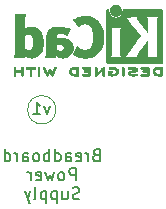
<source format=gbo>
%TF.GenerationSoftware,KiCad,Pcbnew,9.0.1*%
%TF.CreationDate,2025-05-19T12:27:26-03:00*%
%TF.ProjectId,Project_2_Breadboard_Power_Suppy,50726f6a-6563-4745-9f32-5f4272656164,rev?*%
%TF.SameCoordinates,Original*%
%TF.FileFunction,Legend,Bot*%
%TF.FilePolarity,Positive*%
%FSLAX46Y46*%
G04 Gerber Fmt 4.6, Leading zero omitted, Abs format (unit mm)*
G04 Created by KiCad (PCBNEW 9.0.1) date 2025-05-19 12:27:26*
%MOMM*%
%LPD*%
G01*
G04 APERTURE LIST*
%ADD10C,0.100000*%
%ADD11C,0.150000*%
%ADD12C,0.010000*%
G04 APERTURE END LIST*
D10*
X123900000Y-72100000D02*
G75*
G02*
X121500000Y-72100000I-1200000J0D01*
G01*
X121500000Y-72100000D02*
G75*
G02*
X123900000Y-72100000I1200000J0D01*
G01*
D11*
X127290476Y-75926121D02*
X127147619Y-75973740D01*
X127147619Y-75973740D02*
X127100000Y-76021359D01*
X127100000Y-76021359D02*
X127052381Y-76116597D01*
X127052381Y-76116597D02*
X127052381Y-76259454D01*
X127052381Y-76259454D02*
X127100000Y-76354692D01*
X127100000Y-76354692D02*
X127147619Y-76402312D01*
X127147619Y-76402312D02*
X127242857Y-76449931D01*
X127242857Y-76449931D02*
X127623809Y-76449931D01*
X127623809Y-76449931D02*
X127623809Y-75449931D01*
X127623809Y-75449931D02*
X127290476Y-75449931D01*
X127290476Y-75449931D02*
X127195238Y-75497550D01*
X127195238Y-75497550D02*
X127147619Y-75545169D01*
X127147619Y-75545169D02*
X127100000Y-75640407D01*
X127100000Y-75640407D02*
X127100000Y-75735645D01*
X127100000Y-75735645D02*
X127147619Y-75830883D01*
X127147619Y-75830883D02*
X127195238Y-75878502D01*
X127195238Y-75878502D02*
X127290476Y-75926121D01*
X127290476Y-75926121D02*
X127623809Y-75926121D01*
X126623809Y-76449931D02*
X126623809Y-75783264D01*
X126623809Y-75973740D02*
X126576190Y-75878502D01*
X126576190Y-75878502D02*
X126528571Y-75830883D01*
X126528571Y-75830883D02*
X126433333Y-75783264D01*
X126433333Y-75783264D02*
X126338095Y-75783264D01*
X125623809Y-76402312D02*
X125719047Y-76449931D01*
X125719047Y-76449931D02*
X125909523Y-76449931D01*
X125909523Y-76449931D02*
X126004761Y-76402312D01*
X126004761Y-76402312D02*
X126052380Y-76307073D01*
X126052380Y-76307073D02*
X126052380Y-75926121D01*
X126052380Y-75926121D02*
X126004761Y-75830883D01*
X126004761Y-75830883D02*
X125909523Y-75783264D01*
X125909523Y-75783264D02*
X125719047Y-75783264D01*
X125719047Y-75783264D02*
X125623809Y-75830883D01*
X125623809Y-75830883D02*
X125576190Y-75926121D01*
X125576190Y-75926121D02*
X125576190Y-76021359D01*
X125576190Y-76021359D02*
X126052380Y-76116597D01*
X124719047Y-76449931D02*
X124719047Y-75926121D01*
X124719047Y-75926121D02*
X124766666Y-75830883D01*
X124766666Y-75830883D02*
X124861904Y-75783264D01*
X124861904Y-75783264D02*
X125052380Y-75783264D01*
X125052380Y-75783264D02*
X125147618Y-75830883D01*
X124719047Y-76402312D02*
X124814285Y-76449931D01*
X124814285Y-76449931D02*
X125052380Y-76449931D01*
X125052380Y-76449931D02*
X125147618Y-76402312D01*
X125147618Y-76402312D02*
X125195237Y-76307073D01*
X125195237Y-76307073D02*
X125195237Y-76211835D01*
X125195237Y-76211835D02*
X125147618Y-76116597D01*
X125147618Y-76116597D02*
X125052380Y-76068978D01*
X125052380Y-76068978D02*
X124814285Y-76068978D01*
X124814285Y-76068978D02*
X124719047Y-76021359D01*
X123814285Y-76449931D02*
X123814285Y-75449931D01*
X123814285Y-76402312D02*
X123909523Y-76449931D01*
X123909523Y-76449931D02*
X124099999Y-76449931D01*
X124099999Y-76449931D02*
X124195237Y-76402312D01*
X124195237Y-76402312D02*
X124242856Y-76354692D01*
X124242856Y-76354692D02*
X124290475Y-76259454D01*
X124290475Y-76259454D02*
X124290475Y-75973740D01*
X124290475Y-75973740D02*
X124242856Y-75878502D01*
X124242856Y-75878502D02*
X124195237Y-75830883D01*
X124195237Y-75830883D02*
X124099999Y-75783264D01*
X124099999Y-75783264D02*
X123909523Y-75783264D01*
X123909523Y-75783264D02*
X123814285Y-75830883D01*
X123338094Y-76449931D02*
X123338094Y-75449931D01*
X123338094Y-75830883D02*
X123242856Y-75783264D01*
X123242856Y-75783264D02*
X123052380Y-75783264D01*
X123052380Y-75783264D02*
X122957142Y-75830883D01*
X122957142Y-75830883D02*
X122909523Y-75878502D01*
X122909523Y-75878502D02*
X122861904Y-75973740D01*
X122861904Y-75973740D02*
X122861904Y-76259454D01*
X122861904Y-76259454D02*
X122909523Y-76354692D01*
X122909523Y-76354692D02*
X122957142Y-76402312D01*
X122957142Y-76402312D02*
X123052380Y-76449931D01*
X123052380Y-76449931D02*
X123242856Y-76449931D01*
X123242856Y-76449931D02*
X123338094Y-76402312D01*
X122290475Y-76449931D02*
X122385713Y-76402312D01*
X122385713Y-76402312D02*
X122433332Y-76354692D01*
X122433332Y-76354692D02*
X122480951Y-76259454D01*
X122480951Y-76259454D02*
X122480951Y-75973740D01*
X122480951Y-75973740D02*
X122433332Y-75878502D01*
X122433332Y-75878502D02*
X122385713Y-75830883D01*
X122385713Y-75830883D02*
X122290475Y-75783264D01*
X122290475Y-75783264D02*
X122147618Y-75783264D01*
X122147618Y-75783264D02*
X122052380Y-75830883D01*
X122052380Y-75830883D02*
X122004761Y-75878502D01*
X122004761Y-75878502D02*
X121957142Y-75973740D01*
X121957142Y-75973740D02*
X121957142Y-76259454D01*
X121957142Y-76259454D02*
X122004761Y-76354692D01*
X122004761Y-76354692D02*
X122052380Y-76402312D01*
X122052380Y-76402312D02*
X122147618Y-76449931D01*
X122147618Y-76449931D02*
X122290475Y-76449931D01*
X121099999Y-76449931D02*
X121099999Y-75926121D01*
X121099999Y-75926121D02*
X121147618Y-75830883D01*
X121147618Y-75830883D02*
X121242856Y-75783264D01*
X121242856Y-75783264D02*
X121433332Y-75783264D01*
X121433332Y-75783264D02*
X121528570Y-75830883D01*
X121099999Y-76402312D02*
X121195237Y-76449931D01*
X121195237Y-76449931D02*
X121433332Y-76449931D01*
X121433332Y-76449931D02*
X121528570Y-76402312D01*
X121528570Y-76402312D02*
X121576189Y-76307073D01*
X121576189Y-76307073D02*
X121576189Y-76211835D01*
X121576189Y-76211835D02*
X121528570Y-76116597D01*
X121528570Y-76116597D02*
X121433332Y-76068978D01*
X121433332Y-76068978D02*
X121195237Y-76068978D01*
X121195237Y-76068978D02*
X121099999Y-76021359D01*
X120623808Y-76449931D02*
X120623808Y-75783264D01*
X120623808Y-75973740D02*
X120576189Y-75878502D01*
X120576189Y-75878502D02*
X120528570Y-75830883D01*
X120528570Y-75830883D02*
X120433332Y-75783264D01*
X120433332Y-75783264D02*
X120338094Y-75783264D01*
X119576189Y-76449931D02*
X119576189Y-75449931D01*
X119576189Y-76402312D02*
X119671427Y-76449931D01*
X119671427Y-76449931D02*
X119861903Y-76449931D01*
X119861903Y-76449931D02*
X119957141Y-76402312D01*
X119957141Y-76402312D02*
X120004760Y-76354692D01*
X120004760Y-76354692D02*
X120052379Y-76259454D01*
X120052379Y-76259454D02*
X120052379Y-75973740D01*
X120052379Y-75973740D02*
X120004760Y-75878502D01*
X120004760Y-75878502D02*
X119957141Y-75830883D01*
X119957141Y-75830883D02*
X119861903Y-75783264D01*
X119861903Y-75783264D02*
X119671427Y-75783264D01*
X119671427Y-75783264D02*
X119576189Y-75830883D01*
X125576190Y-78059875D02*
X125576190Y-77059875D01*
X125576190Y-77059875D02*
X125195238Y-77059875D01*
X125195238Y-77059875D02*
X125100000Y-77107494D01*
X125100000Y-77107494D02*
X125052381Y-77155113D01*
X125052381Y-77155113D02*
X125004762Y-77250351D01*
X125004762Y-77250351D02*
X125004762Y-77393208D01*
X125004762Y-77393208D02*
X125052381Y-77488446D01*
X125052381Y-77488446D02*
X125100000Y-77536065D01*
X125100000Y-77536065D02*
X125195238Y-77583684D01*
X125195238Y-77583684D02*
X125576190Y-77583684D01*
X124433333Y-78059875D02*
X124528571Y-78012256D01*
X124528571Y-78012256D02*
X124576190Y-77964636D01*
X124576190Y-77964636D02*
X124623809Y-77869398D01*
X124623809Y-77869398D02*
X124623809Y-77583684D01*
X124623809Y-77583684D02*
X124576190Y-77488446D01*
X124576190Y-77488446D02*
X124528571Y-77440827D01*
X124528571Y-77440827D02*
X124433333Y-77393208D01*
X124433333Y-77393208D02*
X124290476Y-77393208D01*
X124290476Y-77393208D02*
X124195238Y-77440827D01*
X124195238Y-77440827D02*
X124147619Y-77488446D01*
X124147619Y-77488446D02*
X124100000Y-77583684D01*
X124100000Y-77583684D02*
X124100000Y-77869398D01*
X124100000Y-77869398D02*
X124147619Y-77964636D01*
X124147619Y-77964636D02*
X124195238Y-78012256D01*
X124195238Y-78012256D02*
X124290476Y-78059875D01*
X124290476Y-78059875D02*
X124433333Y-78059875D01*
X123766666Y-77393208D02*
X123576190Y-78059875D01*
X123576190Y-78059875D02*
X123385714Y-77583684D01*
X123385714Y-77583684D02*
X123195238Y-78059875D01*
X123195238Y-78059875D02*
X123004762Y-77393208D01*
X122242857Y-78012256D02*
X122338095Y-78059875D01*
X122338095Y-78059875D02*
X122528571Y-78059875D01*
X122528571Y-78059875D02*
X122623809Y-78012256D01*
X122623809Y-78012256D02*
X122671428Y-77917017D01*
X122671428Y-77917017D02*
X122671428Y-77536065D01*
X122671428Y-77536065D02*
X122623809Y-77440827D01*
X122623809Y-77440827D02*
X122528571Y-77393208D01*
X122528571Y-77393208D02*
X122338095Y-77393208D01*
X122338095Y-77393208D02*
X122242857Y-77440827D01*
X122242857Y-77440827D02*
X122195238Y-77536065D01*
X122195238Y-77536065D02*
X122195238Y-77631303D01*
X122195238Y-77631303D02*
X122671428Y-77726541D01*
X121766666Y-78059875D02*
X121766666Y-77393208D01*
X121766666Y-77583684D02*
X121719047Y-77488446D01*
X121719047Y-77488446D02*
X121671428Y-77440827D01*
X121671428Y-77440827D02*
X121576190Y-77393208D01*
X121576190Y-77393208D02*
X121480952Y-77393208D01*
X125885714Y-79622200D02*
X125742857Y-79669819D01*
X125742857Y-79669819D02*
X125504762Y-79669819D01*
X125504762Y-79669819D02*
X125409524Y-79622200D01*
X125409524Y-79622200D02*
X125361905Y-79574580D01*
X125361905Y-79574580D02*
X125314286Y-79479342D01*
X125314286Y-79479342D02*
X125314286Y-79384104D01*
X125314286Y-79384104D02*
X125361905Y-79288866D01*
X125361905Y-79288866D02*
X125409524Y-79241247D01*
X125409524Y-79241247D02*
X125504762Y-79193628D01*
X125504762Y-79193628D02*
X125695238Y-79146009D01*
X125695238Y-79146009D02*
X125790476Y-79098390D01*
X125790476Y-79098390D02*
X125838095Y-79050771D01*
X125838095Y-79050771D02*
X125885714Y-78955533D01*
X125885714Y-78955533D02*
X125885714Y-78860295D01*
X125885714Y-78860295D02*
X125838095Y-78765057D01*
X125838095Y-78765057D02*
X125790476Y-78717438D01*
X125790476Y-78717438D02*
X125695238Y-78669819D01*
X125695238Y-78669819D02*
X125457143Y-78669819D01*
X125457143Y-78669819D02*
X125314286Y-78717438D01*
X124457143Y-79003152D02*
X124457143Y-79669819D01*
X124885714Y-79003152D02*
X124885714Y-79526961D01*
X124885714Y-79526961D02*
X124838095Y-79622200D01*
X124838095Y-79622200D02*
X124742857Y-79669819D01*
X124742857Y-79669819D02*
X124600000Y-79669819D01*
X124600000Y-79669819D02*
X124504762Y-79622200D01*
X124504762Y-79622200D02*
X124457143Y-79574580D01*
X123980952Y-79003152D02*
X123980952Y-80003152D01*
X123980952Y-79050771D02*
X123885714Y-79003152D01*
X123885714Y-79003152D02*
X123695238Y-79003152D01*
X123695238Y-79003152D02*
X123600000Y-79050771D01*
X123600000Y-79050771D02*
X123552381Y-79098390D01*
X123552381Y-79098390D02*
X123504762Y-79193628D01*
X123504762Y-79193628D02*
X123504762Y-79479342D01*
X123504762Y-79479342D02*
X123552381Y-79574580D01*
X123552381Y-79574580D02*
X123600000Y-79622200D01*
X123600000Y-79622200D02*
X123695238Y-79669819D01*
X123695238Y-79669819D02*
X123885714Y-79669819D01*
X123885714Y-79669819D02*
X123980952Y-79622200D01*
X123076190Y-79003152D02*
X123076190Y-80003152D01*
X123076190Y-79050771D02*
X122980952Y-79003152D01*
X122980952Y-79003152D02*
X122790476Y-79003152D01*
X122790476Y-79003152D02*
X122695238Y-79050771D01*
X122695238Y-79050771D02*
X122647619Y-79098390D01*
X122647619Y-79098390D02*
X122600000Y-79193628D01*
X122600000Y-79193628D02*
X122600000Y-79479342D01*
X122600000Y-79479342D02*
X122647619Y-79574580D01*
X122647619Y-79574580D02*
X122695238Y-79622200D01*
X122695238Y-79622200D02*
X122790476Y-79669819D01*
X122790476Y-79669819D02*
X122980952Y-79669819D01*
X122980952Y-79669819D02*
X123076190Y-79622200D01*
X122028571Y-79669819D02*
X122123809Y-79622200D01*
X122123809Y-79622200D02*
X122171428Y-79526961D01*
X122171428Y-79526961D02*
X122171428Y-78669819D01*
X121742856Y-79003152D02*
X121504761Y-79669819D01*
X121266666Y-79003152D02*
X121504761Y-79669819D01*
X121504761Y-79669819D02*
X121599999Y-79907914D01*
X121599999Y-79907914D02*
X121647618Y-79955533D01*
X121647618Y-79955533D02*
X121742856Y-80003152D01*
X123358458Y-71803152D02*
X123120363Y-72469819D01*
X123120363Y-72469819D02*
X122882268Y-71803152D01*
X121977506Y-72469819D02*
X122548934Y-72469819D01*
X122263220Y-72469819D02*
X122263220Y-71469819D01*
X122263220Y-71469819D02*
X122358458Y-71612676D01*
X122358458Y-71612676D02*
X122453696Y-71707914D01*
X122453696Y-71707914D02*
X122548934Y-71755533D01*
D12*
%TO.C,REF\u002A\u002A*%
X122455406Y-68474949D02*
X122481127Y-68490647D01*
X122507778Y-68512227D01*
X122507778Y-69159684D01*
X122481127Y-69181264D01*
X122449767Y-69198739D01*
X122413966Y-69199575D01*
X122382528Y-69179082D01*
X122378652Y-69174416D01*
X122373186Y-69164949D01*
X122368979Y-69151267D01*
X122365867Y-69130748D01*
X122363687Y-69100768D01*
X122362276Y-69058704D01*
X122361471Y-69001932D01*
X122361107Y-68927830D01*
X122361022Y-68833773D01*
X122361022Y-68512227D01*
X122387673Y-68490647D01*
X122411386Y-68475877D01*
X122434400Y-68469067D01*
X122455406Y-68474949D01*
G36*
X122455406Y-68474949D02*
G01*
X122481127Y-68490647D01*
X122507778Y-68512227D01*
X122507778Y-69159684D01*
X122481127Y-69181264D01*
X122449767Y-69198739D01*
X122413966Y-69199575D01*
X122382528Y-69179082D01*
X122378652Y-69174416D01*
X122373186Y-69164949D01*
X122368979Y-69151267D01*
X122365867Y-69130748D01*
X122363687Y-69100768D01*
X122362276Y-69058704D01*
X122361471Y-69001932D01*
X122361107Y-68927830D01*
X122361022Y-68833773D01*
X122361022Y-68512227D01*
X122387673Y-68490647D01*
X122411386Y-68475877D01*
X122434400Y-68469067D01*
X122455406Y-68474949D01*
G37*
X129586137Y-68473463D02*
X129620291Y-68496776D01*
X129648000Y-68524485D01*
X129648000Y-68837537D01*
X129647959Y-68921567D01*
X129647701Y-68995789D01*
X129647030Y-69052541D01*
X129645752Y-69094512D01*
X129643673Y-69124389D01*
X129640599Y-69144861D01*
X129636334Y-69158614D01*
X129630684Y-69168337D01*
X129623455Y-69176717D01*
X129591991Y-69198181D01*
X129556826Y-69199947D01*
X129523822Y-69180267D01*
X129518516Y-69174398D01*
X129513066Y-69165314D01*
X129508900Y-69151973D01*
X129505846Y-69131757D01*
X129503732Y-69102049D01*
X129502386Y-69060232D01*
X129501638Y-69003689D01*
X129501314Y-68929802D01*
X129501245Y-68835956D01*
X129501284Y-68760294D01*
X129501539Y-68682385D01*
X129502183Y-68622375D01*
X129503387Y-68577648D01*
X129505324Y-68545585D01*
X129508164Y-68523571D01*
X129512079Y-68508987D01*
X129517242Y-68499218D01*
X129523822Y-68491645D01*
X129553006Y-68472623D01*
X129586137Y-68473463D01*
G36*
X129586137Y-68473463D02*
G01*
X129620291Y-68496776D01*
X129648000Y-68524485D01*
X129648000Y-68837537D01*
X129647959Y-68921567D01*
X129647701Y-68995789D01*
X129647030Y-69052541D01*
X129645752Y-69094512D01*
X129643673Y-69124389D01*
X129640599Y-69144861D01*
X129636334Y-69158614D01*
X129630684Y-69168337D01*
X129623455Y-69176717D01*
X129591991Y-69198181D01*
X129556826Y-69199947D01*
X129523822Y-69180267D01*
X129518516Y-69174398D01*
X129513066Y-69165314D01*
X129508900Y-69151973D01*
X129505846Y-69131757D01*
X129503732Y-69102049D01*
X129502386Y-69060232D01*
X129501638Y-69003689D01*
X129501314Y-68929802D01*
X129501245Y-68835956D01*
X129501284Y-68760294D01*
X129501539Y-68682385D01*
X129502183Y-68622375D01*
X129503387Y-68577648D01*
X129505324Y-68545585D01*
X129508164Y-68523571D01*
X129512079Y-68508987D01*
X129517242Y-68499218D01*
X129523822Y-68491645D01*
X129553006Y-68472623D01*
X129586137Y-68473463D01*
G37*
X129054562Y-63232850D02*
X129137313Y-63260053D01*
X129212406Y-63305484D01*
X129284298Y-63371302D01*
X129322846Y-63415567D01*
X129362256Y-63473961D01*
X129387446Y-63534586D01*
X129400861Y-63603865D01*
X129404948Y-63688222D01*
X129404669Y-63734307D01*
X129402460Y-63775450D01*
X129396894Y-63807582D01*
X129386586Y-63838122D01*
X129370148Y-63874489D01*
X129356200Y-63901728D01*
X129297665Y-63987429D01*
X129225619Y-64056617D01*
X129141947Y-64107741D01*
X129048531Y-64139250D01*
X129015434Y-64146225D01*
X128974960Y-64153094D01*
X128941999Y-64154919D01*
X128907698Y-64151947D01*
X128863200Y-64144426D01*
X128811934Y-64132002D01*
X128721434Y-64094112D01*
X128642345Y-64039836D01*
X128576528Y-63971770D01*
X128525840Y-63892511D01*
X128492140Y-63804654D01*
X128477286Y-63710795D01*
X128483136Y-63613530D01*
X128509399Y-63517220D01*
X128554418Y-63428494D01*
X128615373Y-63353419D01*
X128690184Y-63293641D01*
X128776768Y-63250809D01*
X128873043Y-63226571D01*
X128976928Y-63222576D01*
X129054562Y-63232850D01*
G36*
X129054562Y-63232850D02*
G01*
X129137313Y-63260053D01*
X129212406Y-63305484D01*
X129284298Y-63371302D01*
X129322846Y-63415567D01*
X129362256Y-63473961D01*
X129387446Y-63534586D01*
X129400861Y-63603865D01*
X129404948Y-63688222D01*
X129404669Y-63734307D01*
X129402460Y-63775450D01*
X129396894Y-63807582D01*
X129386586Y-63838122D01*
X129370148Y-63874489D01*
X129356200Y-63901728D01*
X129297665Y-63987429D01*
X129225619Y-64056617D01*
X129141947Y-64107741D01*
X129048531Y-64139250D01*
X129015434Y-64146225D01*
X128974960Y-64153094D01*
X128941999Y-64154919D01*
X128907698Y-64151947D01*
X128863200Y-64144426D01*
X128811934Y-64132002D01*
X128721434Y-64094112D01*
X128642345Y-64039836D01*
X128576528Y-63971770D01*
X128525840Y-63892511D01*
X128492140Y-63804654D01*
X128477286Y-63710795D01*
X128483136Y-63613530D01*
X128509399Y-63517220D01*
X128554418Y-63428494D01*
X128615373Y-63353419D01*
X128690184Y-63293641D01*
X128776768Y-63250809D01*
X128873043Y-63226571D01*
X128976928Y-63222576D01*
X129054562Y-63232850D01*
G37*
X121755767Y-68469068D02*
X121849890Y-68469158D01*
X121924405Y-68469498D01*
X121981811Y-68470239D01*
X122024611Y-68471535D01*
X122055304Y-68473537D01*
X122076391Y-68476396D01*
X122090373Y-68480266D01*
X122099750Y-68485298D01*
X122107022Y-68491645D01*
X122125828Y-68524362D01*
X122127275Y-68561939D01*
X122110917Y-68595178D01*
X122109557Y-68596631D01*
X122098354Y-68604992D01*
X122081252Y-68610547D01*
X122054082Y-68613840D01*
X122012678Y-68615418D01*
X121952873Y-68615822D01*
X121813511Y-68615822D01*
X121813511Y-68879589D01*
X121813436Y-68955417D01*
X121813028Y-69022083D01*
X121812046Y-69071867D01*
X121810250Y-69107784D01*
X121807399Y-69132850D01*
X121803253Y-69150081D01*
X121797571Y-69162492D01*
X121790114Y-69173100D01*
X121787824Y-69175906D01*
X121756646Y-69198548D01*
X121722266Y-69200112D01*
X121689334Y-69180267D01*
X121682355Y-69172191D01*
X121676883Y-69161593D01*
X121672863Y-69145749D01*
X121670072Y-69121773D01*
X121668288Y-69086774D01*
X121667289Y-69037864D01*
X121666852Y-68972154D01*
X121666756Y-68886756D01*
X121666756Y-68615822D01*
X121520820Y-68615822D01*
X121509720Y-68615821D01*
X121453202Y-68615596D01*
X121414358Y-68614457D01*
X121388965Y-68611657D01*
X121372804Y-68606450D01*
X121361652Y-68598089D01*
X121351289Y-68585826D01*
X121335441Y-68555138D01*
X121338543Y-68521358D01*
X121364187Y-68488822D01*
X121369129Y-68485105D01*
X121379338Y-68480269D01*
X121394764Y-68476506D01*
X121417886Y-68473683D01*
X121451183Y-68471670D01*
X121497137Y-68470333D01*
X121558228Y-68469542D01*
X121636935Y-68469163D01*
X121735740Y-68469067D01*
X121755767Y-68469068D01*
G36*
X121755767Y-68469068D02*
G01*
X121849890Y-68469158D01*
X121924405Y-68469498D01*
X121981811Y-68470239D01*
X122024611Y-68471535D01*
X122055304Y-68473537D01*
X122076391Y-68476396D01*
X122090373Y-68480266D01*
X122099750Y-68485298D01*
X122107022Y-68491645D01*
X122125828Y-68524362D01*
X122127275Y-68561939D01*
X122110917Y-68595178D01*
X122109557Y-68596631D01*
X122098354Y-68604992D01*
X122081252Y-68610547D01*
X122054082Y-68613840D01*
X122012678Y-68615418D01*
X121952873Y-68615822D01*
X121813511Y-68615822D01*
X121813511Y-68879589D01*
X121813436Y-68955417D01*
X121813028Y-69022083D01*
X121812046Y-69071867D01*
X121810250Y-69107784D01*
X121807399Y-69132850D01*
X121803253Y-69150081D01*
X121797571Y-69162492D01*
X121790114Y-69173100D01*
X121787824Y-69175906D01*
X121756646Y-69198548D01*
X121722266Y-69200112D01*
X121689334Y-69180267D01*
X121682355Y-69172191D01*
X121676883Y-69161593D01*
X121672863Y-69145749D01*
X121670072Y-69121773D01*
X121668288Y-69086774D01*
X121667289Y-69037864D01*
X121666852Y-68972154D01*
X121666756Y-68886756D01*
X121666756Y-68615822D01*
X121520820Y-68615822D01*
X121509720Y-68615821D01*
X121453202Y-68615596D01*
X121414358Y-68614457D01*
X121388965Y-68611657D01*
X121372804Y-68606450D01*
X121361652Y-68598089D01*
X121351289Y-68585826D01*
X121335441Y-68555138D01*
X121338543Y-68521358D01*
X121364187Y-68488822D01*
X121369129Y-68485105D01*
X121379338Y-68480269D01*
X121394764Y-68476506D01*
X121417886Y-68473683D01*
X121451183Y-68471670D01*
X121497137Y-68470333D01*
X121558228Y-68469542D01*
X121636935Y-68469163D01*
X121735740Y-68469067D01*
X121755767Y-68469068D01*
G37*
X121079734Y-68491645D02*
X121085366Y-68497835D01*
X121090456Y-68506041D01*
X121094543Y-68517817D01*
X121097721Y-68535276D01*
X121100087Y-68560530D01*
X121101738Y-68595690D01*
X121102769Y-68642869D01*
X121103277Y-68704177D01*
X121103359Y-68781727D01*
X121103109Y-68877631D01*
X121102625Y-68994000D01*
X121102557Y-69008175D01*
X121101971Y-69069937D01*
X121100648Y-69113620D01*
X121098103Y-69143001D01*
X121093848Y-69161855D01*
X121087396Y-69173959D01*
X121078262Y-69183089D01*
X121044804Y-69200506D01*
X121009856Y-69197604D01*
X120978953Y-69173100D01*
X120969944Y-69159897D01*
X120962492Y-69141361D01*
X120958124Y-69115333D01*
X120956069Y-69076787D01*
X120955556Y-69020700D01*
X120955556Y-68898045D01*
X120458845Y-68898045D01*
X120458845Y-69032871D01*
X120458772Y-69068662D01*
X120458009Y-69114992D01*
X120455833Y-69145526D01*
X120451536Y-69164557D01*
X120444412Y-69176374D01*
X120433755Y-69185271D01*
X120401504Y-69200341D01*
X120366217Y-69197673D01*
X120335486Y-69173100D01*
X120330831Y-69166845D01*
X120324895Y-69156321D01*
X120320364Y-69142391D01*
X120317048Y-69122317D01*
X120314759Y-69093360D01*
X120313308Y-69052780D01*
X120312505Y-68997840D01*
X120312162Y-68925799D01*
X120312089Y-68833920D01*
X120312089Y-68524485D01*
X120339798Y-68496776D01*
X120371177Y-68474533D01*
X120404406Y-68471844D01*
X120436267Y-68491645D01*
X120444553Y-68501415D01*
X120451965Y-68517307D01*
X120456302Y-68541275D01*
X120458338Y-68578148D01*
X120458845Y-68632756D01*
X120458845Y-68751289D01*
X120955556Y-68751289D01*
X120955556Y-68635776D01*
X120955994Y-68584078D01*
X120957958Y-68549554D01*
X120962474Y-68526978D01*
X120970567Y-68511126D01*
X120983265Y-68496776D01*
X121014643Y-68474533D01*
X121047872Y-68471844D01*
X121079734Y-68491645D01*
G36*
X121079734Y-68491645D02*
G01*
X121085366Y-68497835D01*
X121090456Y-68506041D01*
X121094543Y-68517817D01*
X121097721Y-68535276D01*
X121100087Y-68560530D01*
X121101738Y-68595690D01*
X121102769Y-68642869D01*
X121103277Y-68704177D01*
X121103359Y-68781727D01*
X121103109Y-68877631D01*
X121102625Y-68994000D01*
X121102557Y-69008175D01*
X121101971Y-69069937D01*
X121100648Y-69113620D01*
X121098103Y-69143001D01*
X121093848Y-69161855D01*
X121087396Y-69173959D01*
X121078262Y-69183089D01*
X121044804Y-69200506D01*
X121009856Y-69197604D01*
X120978953Y-69173100D01*
X120969944Y-69159897D01*
X120962492Y-69141361D01*
X120958124Y-69115333D01*
X120956069Y-69076787D01*
X120955556Y-69020700D01*
X120955556Y-68898045D01*
X120458845Y-68898045D01*
X120458845Y-69032871D01*
X120458772Y-69068662D01*
X120458009Y-69114992D01*
X120455833Y-69145526D01*
X120451536Y-69164557D01*
X120444412Y-69176374D01*
X120433755Y-69185271D01*
X120401504Y-69200341D01*
X120366217Y-69197673D01*
X120335486Y-69173100D01*
X120330831Y-69166845D01*
X120324895Y-69156321D01*
X120320364Y-69142391D01*
X120317048Y-69122317D01*
X120314759Y-69093360D01*
X120313308Y-69052780D01*
X120312505Y-68997840D01*
X120312162Y-68925799D01*
X120312089Y-68833920D01*
X120312089Y-68524485D01*
X120339798Y-68496776D01*
X120371177Y-68474533D01*
X120404406Y-68471844D01*
X120436267Y-68491645D01*
X120444553Y-68501415D01*
X120451965Y-68517307D01*
X120456302Y-68541275D01*
X120458338Y-68578148D01*
X120458845Y-68632756D01*
X120458845Y-68751289D01*
X120955556Y-68751289D01*
X120955556Y-68635776D01*
X120955994Y-68584078D01*
X120957958Y-68549554D01*
X120962474Y-68526978D01*
X120970567Y-68511126D01*
X120983265Y-68496776D01*
X121014643Y-68474533D01*
X121047872Y-68471844D01*
X121079734Y-68491645D01*
G37*
X125785133Y-69080396D02*
X125783163Y-69113175D01*
X125780235Y-69136095D01*
X125776158Y-69151897D01*
X125770743Y-69163319D01*
X125763803Y-69173100D01*
X125740406Y-69202845D01*
X125574714Y-69202251D01*
X125539918Y-69201953D01*
X125441435Y-69198522D01*
X125360473Y-69190839D01*
X125293379Y-69178282D01*
X125236496Y-69160227D01*
X125186169Y-69136052D01*
X125182810Y-69134135D01*
X125124998Y-69097417D01*
X125082644Y-69060451D01*
X125049828Y-69016966D01*
X125020628Y-68960689D01*
X125016346Y-68951073D01*
X124993769Y-68887887D01*
X124988034Y-68842333D01*
X125137279Y-68842333D01*
X125142892Y-68867061D01*
X125148618Y-68882939D01*
X125181548Y-68942847D01*
X125228886Y-68988600D01*
X125292652Y-69021736D01*
X125374861Y-69043790D01*
X125377655Y-69044292D01*
X125423940Y-69050255D01*
X125480336Y-69054483D01*
X125535274Y-69056089D01*
X125629156Y-69056089D01*
X125629156Y-68615822D01*
X125541667Y-68616270D01*
X125474747Y-68618746D01*
X125382349Y-68629998D01*
X125303034Y-68649537D01*
X125241060Y-68676511D01*
X125210120Y-68697240D01*
X125182000Y-68727006D01*
X125158660Y-68769434D01*
X125151533Y-68785400D01*
X125139709Y-68817902D01*
X125137279Y-68842333D01*
X124988034Y-68842333D01*
X124986797Y-68832509D01*
X124995399Y-68777483D01*
X125019541Y-68715351D01*
X125020337Y-68713658D01*
X125060788Y-68644236D01*
X125111473Y-68587638D01*
X125174198Y-68543070D01*
X125250774Y-68509741D01*
X125343009Y-68486861D01*
X125452712Y-68473636D01*
X125581691Y-68469275D01*
X125585263Y-68469270D01*
X125645283Y-68469410D01*
X125687214Y-68470446D01*
X125715328Y-68473040D01*
X125733897Y-68477853D01*
X125747194Y-68485544D01*
X125759491Y-68496776D01*
X125787200Y-68524485D01*
X125787200Y-68833920D01*
X125787175Y-68895526D01*
X125786950Y-68974311D01*
X125786332Y-69035021D01*
X125785775Y-69056089D01*
X125785133Y-69080396D01*
G36*
X125785133Y-69080396D02*
G01*
X125783163Y-69113175D01*
X125780235Y-69136095D01*
X125776158Y-69151897D01*
X125770743Y-69163319D01*
X125763803Y-69173100D01*
X125740406Y-69202845D01*
X125574714Y-69202251D01*
X125539918Y-69201953D01*
X125441435Y-69198522D01*
X125360473Y-69190839D01*
X125293379Y-69178282D01*
X125236496Y-69160227D01*
X125186169Y-69136052D01*
X125182810Y-69134135D01*
X125124998Y-69097417D01*
X125082644Y-69060451D01*
X125049828Y-69016966D01*
X125020628Y-68960689D01*
X125016346Y-68951073D01*
X124993769Y-68887887D01*
X124988034Y-68842333D01*
X125137279Y-68842333D01*
X125142892Y-68867061D01*
X125148618Y-68882939D01*
X125181548Y-68942847D01*
X125228886Y-68988600D01*
X125292652Y-69021736D01*
X125374861Y-69043790D01*
X125377655Y-69044292D01*
X125423940Y-69050255D01*
X125480336Y-69054483D01*
X125535274Y-69056089D01*
X125629156Y-69056089D01*
X125629156Y-68615822D01*
X125541667Y-68616270D01*
X125474747Y-68618746D01*
X125382349Y-68629998D01*
X125303034Y-68649537D01*
X125241060Y-68676511D01*
X125210120Y-68697240D01*
X125182000Y-68727006D01*
X125158660Y-68769434D01*
X125151533Y-68785400D01*
X125139709Y-68817902D01*
X125137279Y-68842333D01*
X124988034Y-68842333D01*
X124986797Y-68832509D01*
X124995399Y-68777483D01*
X125019541Y-68715351D01*
X125020337Y-68713658D01*
X125060788Y-68644236D01*
X125111473Y-68587638D01*
X125174198Y-68543070D01*
X125250774Y-68509741D01*
X125343009Y-68486861D01*
X125452712Y-68473636D01*
X125581691Y-68469275D01*
X125585263Y-68469270D01*
X125645283Y-68469410D01*
X125687214Y-68470446D01*
X125715328Y-68473040D01*
X125733897Y-68477853D01*
X125747194Y-68485544D01*
X125759491Y-68496776D01*
X125787200Y-68524485D01*
X125787200Y-68833920D01*
X125787175Y-68895526D01*
X125786950Y-68974311D01*
X125786332Y-69035021D01*
X125785775Y-69056089D01*
X125785133Y-69080396D01*
G37*
X132876817Y-68654427D02*
X132876870Y-68735041D01*
X132876622Y-68835956D01*
X132876583Y-68911617D01*
X132876328Y-68989526D01*
X132875684Y-69049536D01*
X132874480Y-69094264D01*
X132872543Y-69126326D01*
X132869703Y-69148340D01*
X132865788Y-69162924D01*
X132860626Y-69172694D01*
X132854045Y-69180267D01*
X132847077Y-69186501D01*
X132834079Y-69193801D01*
X132814931Y-69198554D01*
X132785528Y-69201292D01*
X132741762Y-69202545D01*
X132679528Y-69202845D01*
X132630582Y-69202469D01*
X132523722Y-69198041D01*
X132434494Y-69187953D01*
X132359696Y-69171365D01*
X132296125Y-69147435D01*
X132240579Y-69115321D01*
X132189854Y-69074182D01*
X132183866Y-69068330D01*
X132146999Y-69019821D01*
X132115899Y-68959013D01*
X132094417Y-68894769D01*
X132089136Y-68856026D01*
X132236353Y-68856026D01*
X132254635Y-68906961D01*
X132284305Y-68952878D01*
X132331002Y-68995287D01*
X132392392Y-69025090D01*
X132471538Y-69044226D01*
X132473028Y-69044464D01*
X132521999Y-69050256D01*
X132580693Y-69054396D01*
X132636734Y-69056004D01*
X132729867Y-69056089D01*
X132729867Y-68615822D01*
X132653667Y-68615808D01*
X132650639Y-68615817D01*
X132599519Y-68617782D01*
X132539416Y-68622507D01*
X132482708Y-68629035D01*
X132432750Y-68638331D01*
X132357998Y-68664600D01*
X132300489Y-68703899D01*
X132258988Y-68756933D01*
X132237771Y-68808200D01*
X132236353Y-68856026D01*
X132089136Y-68856026D01*
X132086400Y-68835956D01*
X132087679Y-68814739D01*
X132099991Y-68757323D01*
X132122520Y-68697413D01*
X132151750Y-68643363D01*
X132184167Y-68603532D01*
X132203708Y-68586510D01*
X132258420Y-68547322D01*
X132318723Y-68517193D01*
X132387919Y-68495232D01*
X132469311Y-68480550D01*
X132566200Y-68472259D01*
X132681889Y-68469467D01*
X132721371Y-68469066D01*
X132767082Y-68468653D01*
X132802883Y-68470457D01*
X132829974Y-68476739D01*
X132849556Y-68489759D01*
X132862830Y-68511778D01*
X132870998Y-68545055D01*
X132875260Y-68591851D01*
X132875857Y-68615822D01*
X132876817Y-68654427D01*
G36*
X132876817Y-68654427D02*
G01*
X132876870Y-68735041D01*
X132876622Y-68835956D01*
X132876583Y-68911617D01*
X132876328Y-68989526D01*
X132875684Y-69049536D01*
X132874480Y-69094264D01*
X132872543Y-69126326D01*
X132869703Y-69148340D01*
X132865788Y-69162924D01*
X132860626Y-69172694D01*
X132854045Y-69180267D01*
X132847077Y-69186501D01*
X132834079Y-69193801D01*
X132814931Y-69198554D01*
X132785528Y-69201292D01*
X132741762Y-69202545D01*
X132679528Y-69202845D01*
X132630582Y-69202469D01*
X132523722Y-69198041D01*
X132434494Y-69187953D01*
X132359696Y-69171365D01*
X132296125Y-69147435D01*
X132240579Y-69115321D01*
X132189854Y-69074182D01*
X132183866Y-69068330D01*
X132146999Y-69019821D01*
X132115899Y-68959013D01*
X132094417Y-68894769D01*
X132089136Y-68856026D01*
X132236353Y-68856026D01*
X132254635Y-68906961D01*
X132284305Y-68952878D01*
X132331002Y-68995287D01*
X132392392Y-69025090D01*
X132471538Y-69044226D01*
X132473028Y-69044464D01*
X132521999Y-69050256D01*
X132580693Y-69054396D01*
X132636734Y-69056004D01*
X132729867Y-69056089D01*
X132729867Y-68615822D01*
X132653667Y-68615808D01*
X132650639Y-68615817D01*
X132599519Y-68617782D01*
X132539416Y-68622507D01*
X132482708Y-68629035D01*
X132432750Y-68638331D01*
X132357998Y-68664600D01*
X132300489Y-68703899D01*
X132258988Y-68756933D01*
X132237771Y-68808200D01*
X132236353Y-68856026D01*
X132089136Y-68856026D01*
X132086400Y-68835956D01*
X132087679Y-68814739D01*
X132099991Y-68757323D01*
X132122520Y-68697413D01*
X132151750Y-68643363D01*
X132184167Y-68603532D01*
X132203708Y-68586510D01*
X132258420Y-68547322D01*
X132318723Y-68517193D01*
X132387919Y-68495232D01*
X132469311Y-68480550D01*
X132566200Y-68472259D01*
X132681889Y-68469467D01*
X132721371Y-68469066D01*
X132767082Y-68468653D01*
X132802883Y-68470457D01*
X132829974Y-68476739D01*
X132849556Y-68489759D01*
X132862830Y-68511778D01*
X132870998Y-68545055D01*
X132875260Y-68591851D01*
X132875857Y-68615822D01*
X132876817Y-68654427D01*
G37*
X127931893Y-68467892D02*
X127943301Y-68474029D01*
X127953850Y-68484691D01*
X127965136Y-68498811D01*
X127969589Y-68504772D01*
X127975588Y-68515268D01*
X127980167Y-68529093D01*
X127983519Y-68548998D01*
X127985833Y-68577732D01*
X127987301Y-68618045D01*
X127988113Y-68672687D01*
X127988460Y-68744407D01*
X127988534Y-68835956D01*
X127988511Y-68894486D01*
X127988292Y-68973573D01*
X127987683Y-69034516D01*
X127986492Y-69080062D01*
X127984529Y-69112963D01*
X127981603Y-69135968D01*
X127977523Y-69151826D01*
X127972097Y-69163286D01*
X127965136Y-69173100D01*
X127934708Y-69197493D01*
X127899765Y-69200372D01*
X127862784Y-69181282D01*
X127858600Y-69177807D01*
X127850424Y-69169279D01*
X127844364Y-69157728D01*
X127839981Y-69139896D01*
X127836839Y-69112524D01*
X127834502Y-69072354D01*
X127832531Y-69016128D01*
X127830489Y-68940589D01*
X127824845Y-68721458D01*
X127559556Y-68962099D01*
X127485722Y-69028875D01*
X127420542Y-69086991D01*
X127368348Y-69131949D01*
X127327273Y-69164871D01*
X127295455Y-69186879D01*
X127271026Y-69199094D01*
X127252124Y-69202639D01*
X127236883Y-69198636D01*
X127223439Y-69188207D01*
X127209927Y-69172474D01*
X127203682Y-69163991D01*
X127198050Y-69153413D01*
X127193839Y-69139255D01*
X127190887Y-69118803D01*
X127189032Y-69089342D01*
X127188113Y-69048161D01*
X127187968Y-68992544D01*
X127188435Y-68919779D01*
X127189352Y-68827151D01*
X127192667Y-68512199D01*
X127219318Y-68490633D01*
X127245383Y-68474441D01*
X127278241Y-68471670D01*
X127312772Y-68490623D01*
X127317084Y-68494208D01*
X127325216Y-68502737D01*
X127331245Y-68514329D01*
X127335606Y-68532235D01*
X127338734Y-68559706D01*
X127341063Y-68599994D01*
X127343029Y-68656351D01*
X127345067Y-68732029D01*
X127350711Y-68951878D01*
X127531334Y-68788084D01*
X127618072Y-68709451D01*
X127693843Y-68641058D01*
X127755980Y-68585708D01*
X127806078Y-68542338D01*
X127845735Y-68509881D01*
X127876548Y-68487273D01*
X127900114Y-68473448D01*
X127918030Y-68467343D01*
X127931893Y-68467892D01*
G36*
X127931893Y-68467892D02*
G01*
X127943301Y-68474029D01*
X127953850Y-68484691D01*
X127965136Y-68498811D01*
X127969589Y-68504772D01*
X127975588Y-68515268D01*
X127980167Y-68529093D01*
X127983519Y-68548998D01*
X127985833Y-68577732D01*
X127987301Y-68618045D01*
X127988113Y-68672687D01*
X127988460Y-68744407D01*
X127988534Y-68835956D01*
X127988511Y-68894486D01*
X127988292Y-68973573D01*
X127987683Y-69034516D01*
X127986492Y-69080062D01*
X127984529Y-69112963D01*
X127981603Y-69135968D01*
X127977523Y-69151826D01*
X127972097Y-69163286D01*
X127965136Y-69173100D01*
X127934708Y-69197493D01*
X127899765Y-69200372D01*
X127862784Y-69181282D01*
X127858600Y-69177807D01*
X127850424Y-69169279D01*
X127844364Y-69157728D01*
X127839981Y-69139896D01*
X127836839Y-69112524D01*
X127834502Y-69072354D01*
X127832531Y-69016128D01*
X127830489Y-68940589D01*
X127824845Y-68721458D01*
X127559556Y-68962099D01*
X127485722Y-69028875D01*
X127420542Y-69086991D01*
X127368348Y-69131949D01*
X127327273Y-69164871D01*
X127295455Y-69186879D01*
X127271026Y-69199094D01*
X127252124Y-69202639D01*
X127236883Y-69198636D01*
X127223439Y-69188207D01*
X127209927Y-69172474D01*
X127203682Y-69163991D01*
X127198050Y-69153413D01*
X127193839Y-69139255D01*
X127190887Y-69118803D01*
X127189032Y-69089342D01*
X127188113Y-69048161D01*
X127187968Y-68992544D01*
X127188435Y-68919779D01*
X127189352Y-68827151D01*
X127192667Y-68512199D01*
X127219318Y-68490633D01*
X127245383Y-68474441D01*
X127278241Y-68471670D01*
X127312772Y-68490623D01*
X127317084Y-68494208D01*
X127325216Y-68502737D01*
X127331245Y-68514329D01*
X127335606Y-68532235D01*
X127338734Y-68559706D01*
X127341063Y-68599994D01*
X127343029Y-68656351D01*
X127345067Y-68732029D01*
X127350711Y-68951878D01*
X127531334Y-68788084D01*
X127618072Y-68709451D01*
X127693843Y-68641058D01*
X127755980Y-68585708D01*
X127806078Y-68542338D01*
X127845735Y-68509881D01*
X127876548Y-68487273D01*
X127900114Y-68473448D01*
X127918030Y-68467343D01*
X127931893Y-68467892D01*
G37*
X128729150Y-68474179D02*
X128835157Y-68490494D01*
X128928969Y-68518545D01*
X129007765Y-68557452D01*
X129068719Y-68606334D01*
X129094789Y-68639195D01*
X129124297Y-68688394D01*
X129149568Y-68742252D01*
X129167218Y-68793419D01*
X129173858Y-68834544D01*
X129172298Y-68854259D01*
X129159357Y-68905592D01*
X129136194Y-68962118D01*
X129106302Y-69016035D01*
X129073173Y-69059539D01*
X129062977Y-69069887D01*
X128995892Y-69121662D01*
X128915766Y-69161554D01*
X128829556Y-69185956D01*
X128774592Y-69194068D01*
X128681139Y-69200673D01*
X128591358Y-69198586D01*
X128508869Y-69188340D01*
X128437286Y-69170470D01*
X128380228Y-69145508D01*
X128341311Y-69113988D01*
X128339936Y-69112012D01*
X128332848Y-69086786D01*
X128328609Y-69039535D01*
X128327200Y-68970071D01*
X128328060Y-68907838D01*
X128332780Y-68860456D01*
X128344470Y-68828353D01*
X128366239Y-68808800D01*
X128401198Y-68799070D01*
X128452456Y-68796433D01*
X128523123Y-68798161D01*
X128571743Y-68801173D01*
X128621939Y-68809366D01*
X128654433Y-68823419D01*
X128671892Y-68844654D01*
X128676983Y-68874394D01*
X128676877Y-68878936D01*
X128668175Y-68913730D01*
X128644165Y-68937147D01*
X128602900Y-68950347D01*
X128542431Y-68954489D01*
X128473956Y-68954489D01*
X128473956Y-68992841D01*
X128474006Y-69001976D01*
X128476227Y-69019227D01*
X128485494Y-69029521D01*
X128506875Y-69036459D01*
X128545436Y-69043641D01*
X128550910Y-69044575D01*
X128647860Y-69054478D01*
X128737852Y-69051559D01*
X128818760Y-69036829D01*
X128888459Y-69011299D01*
X128944824Y-68975978D01*
X128985729Y-68931879D01*
X129009051Y-68880012D01*
X129012663Y-68821388D01*
X129007145Y-68792494D01*
X128980461Y-68736604D01*
X128934273Y-68690945D01*
X128869291Y-68656108D01*
X128786229Y-68632690D01*
X128761555Y-68628241D01*
X128672226Y-68617742D01*
X128592419Y-68618971D01*
X128514326Y-68631906D01*
X128479183Y-68638696D01*
X128433745Y-68639713D01*
X128402430Y-68627182D01*
X128382277Y-68600395D01*
X128375893Y-68572148D01*
X128385379Y-68540924D01*
X128394708Y-68527499D01*
X128428943Y-68503967D01*
X128481565Y-68486095D01*
X128550081Y-68474599D01*
X128632000Y-68470192D01*
X128729150Y-68474179D01*
G36*
X128729150Y-68474179D02*
G01*
X128835157Y-68490494D01*
X128928969Y-68518545D01*
X129007765Y-68557452D01*
X129068719Y-68606334D01*
X129094789Y-68639195D01*
X129124297Y-68688394D01*
X129149568Y-68742252D01*
X129167218Y-68793419D01*
X129173858Y-68834544D01*
X129172298Y-68854259D01*
X129159357Y-68905592D01*
X129136194Y-68962118D01*
X129106302Y-69016035D01*
X129073173Y-69059539D01*
X129062977Y-69069887D01*
X128995892Y-69121662D01*
X128915766Y-69161554D01*
X128829556Y-69185956D01*
X128774592Y-69194068D01*
X128681139Y-69200673D01*
X128591358Y-69198586D01*
X128508869Y-69188340D01*
X128437286Y-69170470D01*
X128380228Y-69145508D01*
X128341311Y-69113988D01*
X128339936Y-69112012D01*
X128332848Y-69086786D01*
X128328609Y-69039535D01*
X128327200Y-68970071D01*
X128328060Y-68907838D01*
X128332780Y-68860456D01*
X128344470Y-68828353D01*
X128366239Y-68808800D01*
X128401198Y-68799070D01*
X128452456Y-68796433D01*
X128523123Y-68798161D01*
X128571743Y-68801173D01*
X128621939Y-68809366D01*
X128654433Y-68823419D01*
X128671892Y-68844654D01*
X128676983Y-68874394D01*
X128676877Y-68878936D01*
X128668175Y-68913730D01*
X128644165Y-68937147D01*
X128602900Y-68950347D01*
X128542431Y-68954489D01*
X128473956Y-68954489D01*
X128473956Y-68992841D01*
X128474006Y-69001976D01*
X128476227Y-69019227D01*
X128485494Y-69029521D01*
X128506875Y-69036459D01*
X128545436Y-69043641D01*
X128550910Y-69044575D01*
X128647860Y-69054478D01*
X128737852Y-69051559D01*
X128818760Y-69036829D01*
X128888459Y-69011299D01*
X128944824Y-68975978D01*
X128985729Y-68931879D01*
X129009051Y-68880012D01*
X129012663Y-68821388D01*
X129007145Y-68792494D01*
X128980461Y-68736604D01*
X128934273Y-68690945D01*
X128869291Y-68656108D01*
X128786229Y-68632690D01*
X128761555Y-68628241D01*
X128672226Y-68617742D01*
X128592419Y-68618971D01*
X128514326Y-68631906D01*
X128479183Y-68638696D01*
X128433745Y-68639713D01*
X128402430Y-68627182D01*
X128382277Y-68600395D01*
X128375893Y-68572148D01*
X128385379Y-68540924D01*
X128394708Y-68527499D01*
X128428943Y-68503967D01*
X128481565Y-68486095D01*
X128550081Y-68474599D01*
X128632000Y-68470192D01*
X128729150Y-68474179D01*
G37*
X126779803Y-68498811D02*
X126784752Y-68505495D01*
X126790596Y-68516066D01*
X126795057Y-68530153D01*
X126798321Y-68550478D01*
X126800574Y-68579765D01*
X126802002Y-68620737D01*
X126802792Y-68676117D01*
X126803129Y-68748628D01*
X126803200Y-68840994D01*
X126803171Y-68906911D01*
X126802939Y-68985228D01*
X126802319Y-69045496D01*
X126801126Y-69090393D01*
X126799179Y-69122602D01*
X126796294Y-69144800D01*
X126792288Y-69159669D01*
X126786979Y-69169889D01*
X126780183Y-69178138D01*
X126775668Y-69182795D01*
X126767438Y-69189282D01*
X126756078Y-69194194D01*
X126738810Y-69197749D01*
X126712855Y-69200167D01*
X126675436Y-69201667D01*
X126623773Y-69202467D01*
X126555089Y-69202787D01*
X126466606Y-69202845D01*
X126446931Y-69202838D01*
X126359906Y-69202572D01*
X126292254Y-69201806D01*
X126241299Y-69200392D01*
X126204367Y-69198180D01*
X126178783Y-69195022D01*
X126161871Y-69190769D01*
X126150957Y-69185271D01*
X126140464Y-69175285D01*
X126127203Y-69144168D01*
X126128386Y-69108280D01*
X126144550Y-69076733D01*
X126146739Y-69074457D01*
X126155427Y-69068189D01*
X126168769Y-69063523D01*
X126189752Y-69060227D01*
X126221363Y-69058068D01*
X126266590Y-69056814D01*
X126328420Y-69056231D01*
X126409839Y-69056089D01*
X126656445Y-69056089D01*
X126656445Y-68898045D01*
X126494006Y-68898045D01*
X126458338Y-68897964D01*
X126402568Y-68897167D01*
X126363430Y-68895162D01*
X126336976Y-68891521D01*
X126319259Y-68885812D01*
X126306329Y-68877607D01*
X126302686Y-68874423D01*
X126284278Y-68843448D01*
X126283644Y-68807112D01*
X126301183Y-68773493D01*
X126301245Y-68773424D01*
X126310916Y-68764798D01*
X126324209Y-68758742D01*
X126344917Y-68754811D01*
X126376828Y-68752556D01*
X126423734Y-68751531D01*
X126489424Y-68751289D01*
X126657571Y-68751289D01*
X126654186Y-68686378D01*
X126650800Y-68621467D01*
X126408723Y-68618414D01*
X126383707Y-68618086D01*
X126302087Y-68616606D01*
X126239768Y-68614222D01*
X126194154Y-68610227D01*
X126162652Y-68603913D01*
X126142667Y-68594574D01*
X126131604Y-68581503D01*
X126126869Y-68563992D01*
X126125867Y-68541335D01*
X126125873Y-68538970D01*
X126127027Y-68518939D01*
X126131824Y-68503146D01*
X126142632Y-68491090D01*
X126161817Y-68482267D01*
X126191745Y-68476175D01*
X126234783Y-68472311D01*
X126293299Y-68470174D01*
X126369657Y-68469260D01*
X126466226Y-68469067D01*
X126756406Y-68469067D01*
X126779803Y-68498811D01*
G36*
X126779803Y-68498811D02*
G01*
X126784752Y-68505495D01*
X126790596Y-68516066D01*
X126795057Y-68530153D01*
X126798321Y-68550478D01*
X126800574Y-68579765D01*
X126802002Y-68620737D01*
X126802792Y-68676117D01*
X126803129Y-68748628D01*
X126803200Y-68840994D01*
X126803171Y-68906911D01*
X126802939Y-68985228D01*
X126802319Y-69045496D01*
X126801126Y-69090393D01*
X126799179Y-69122602D01*
X126796294Y-69144800D01*
X126792288Y-69159669D01*
X126786979Y-69169889D01*
X126780183Y-69178138D01*
X126775668Y-69182795D01*
X126767438Y-69189282D01*
X126756078Y-69194194D01*
X126738810Y-69197749D01*
X126712855Y-69200167D01*
X126675436Y-69201667D01*
X126623773Y-69202467D01*
X126555089Y-69202787D01*
X126466606Y-69202845D01*
X126446931Y-69202838D01*
X126359906Y-69202572D01*
X126292254Y-69201806D01*
X126241299Y-69200392D01*
X126204367Y-69198180D01*
X126178783Y-69195022D01*
X126161871Y-69190769D01*
X126150957Y-69185271D01*
X126140464Y-69175285D01*
X126127203Y-69144168D01*
X126128386Y-69108280D01*
X126144550Y-69076733D01*
X126146739Y-69074457D01*
X126155427Y-69068189D01*
X126168769Y-69063523D01*
X126189752Y-69060227D01*
X126221363Y-69058068D01*
X126266590Y-69056814D01*
X126328420Y-69056231D01*
X126409839Y-69056089D01*
X126656445Y-69056089D01*
X126656445Y-68898045D01*
X126494006Y-68898045D01*
X126458338Y-68897964D01*
X126402568Y-68897167D01*
X126363430Y-68895162D01*
X126336976Y-68891521D01*
X126319259Y-68885812D01*
X126306329Y-68877607D01*
X126302686Y-68874423D01*
X126284278Y-68843448D01*
X126283644Y-68807112D01*
X126301183Y-68773493D01*
X126301245Y-68773424D01*
X126310916Y-68764798D01*
X126324209Y-68758742D01*
X126344917Y-68754811D01*
X126376828Y-68752556D01*
X126423734Y-68751531D01*
X126489424Y-68751289D01*
X126657571Y-68751289D01*
X126654186Y-68686378D01*
X126650800Y-68621467D01*
X126408723Y-68618414D01*
X126383707Y-68618086D01*
X126302087Y-68616606D01*
X126239768Y-68614222D01*
X126194154Y-68610227D01*
X126162652Y-68603913D01*
X126142667Y-68594574D01*
X126131604Y-68581503D01*
X126126869Y-68563992D01*
X126125867Y-68541335D01*
X126125873Y-68538970D01*
X126127027Y-68518939D01*
X126131824Y-68503146D01*
X126142632Y-68491090D01*
X126161817Y-68482267D01*
X126191745Y-68476175D01*
X126234783Y-68472311D01*
X126293299Y-68470174D01*
X126369657Y-68469260D01*
X126466226Y-68469067D01*
X126756406Y-68469067D01*
X126779803Y-68498811D01*
G37*
X131456734Y-68469083D02*
X131533831Y-68469275D01*
X131592777Y-68469860D01*
X131636364Y-68471051D01*
X131667383Y-68473064D01*
X131688625Y-68476112D01*
X131702882Y-68480409D01*
X131712945Y-68486172D01*
X131721606Y-68493612D01*
X131723391Y-68495293D01*
X131730635Y-68502832D01*
X131736277Y-68511850D01*
X131740517Y-68524984D01*
X131743556Y-68544872D01*
X131745594Y-68574151D01*
X131746830Y-68615458D01*
X131747465Y-68671431D01*
X131747700Y-68744707D01*
X131747734Y-68837923D01*
X131747697Y-68910713D01*
X131747448Y-68988889D01*
X131746812Y-69049103D01*
X131745615Y-69093982D01*
X131743684Y-69126152D01*
X131740846Y-69148239D01*
X131736927Y-69162870D01*
X131731755Y-69172670D01*
X131725156Y-69180267D01*
X131721822Y-69183444D01*
X131713300Y-69189554D01*
X131701298Y-69194229D01*
X131683087Y-69197659D01*
X131655940Y-69200036D01*
X131617129Y-69201552D01*
X131563924Y-69202398D01*
X131493598Y-69202765D01*
X131403422Y-69202845D01*
X131361314Y-69202833D01*
X131280167Y-69202651D01*
X131217675Y-69202098D01*
X131171109Y-69200982D01*
X131137741Y-69199113D01*
X131114844Y-69196298D01*
X131099688Y-69192346D01*
X131089546Y-69187066D01*
X131081689Y-69180267D01*
X131066963Y-69158667D01*
X131059111Y-69129467D01*
X131064610Y-69105560D01*
X131081689Y-69078667D01*
X131086668Y-69074059D01*
X131096443Y-69067772D01*
X131110559Y-69063146D01*
X131132054Y-69059930D01*
X131163968Y-69057870D01*
X131209342Y-69056712D01*
X131271213Y-69056202D01*
X131352622Y-69056089D01*
X131600978Y-69056089D01*
X131600978Y-68898045D01*
X131439801Y-68898045D01*
X131403983Y-68897899D01*
X131338359Y-68896176D01*
X131291118Y-68891741D01*
X131259383Y-68883637D01*
X131240277Y-68870906D01*
X131230923Y-68852592D01*
X131228445Y-68827738D01*
X131229242Y-68807482D01*
X131234494Y-68785656D01*
X131247288Y-68770304D01*
X131270628Y-68760309D01*
X131307517Y-68754553D01*
X131360959Y-68751919D01*
X131433958Y-68751289D01*
X131602105Y-68751289D01*
X131598719Y-68686378D01*
X131595334Y-68621467D01*
X131347617Y-68618418D01*
X131285026Y-68617539D01*
X131216565Y-68616095D01*
X131165661Y-68614164D01*
X131129408Y-68611514D01*
X131104901Y-68607910D01*
X131089235Y-68603121D01*
X131079506Y-68596913D01*
X131073491Y-68590510D01*
X131060482Y-68558828D01*
X131064043Y-68523142D01*
X131083818Y-68492084D01*
X131087069Y-68489161D01*
X131096049Y-68482810D01*
X131108153Y-68477957D01*
X131126159Y-68474403D01*
X131152847Y-68471946D01*
X131190997Y-68470385D01*
X131243386Y-68469518D01*
X131312794Y-68469146D01*
X131402001Y-68469067D01*
X131456734Y-68469083D01*
G36*
X131456734Y-68469083D02*
G01*
X131533831Y-68469275D01*
X131592777Y-68469860D01*
X131636364Y-68471051D01*
X131667383Y-68473064D01*
X131688625Y-68476112D01*
X131702882Y-68480409D01*
X131712945Y-68486172D01*
X131721606Y-68493612D01*
X131723391Y-68495293D01*
X131730635Y-68502832D01*
X131736277Y-68511850D01*
X131740517Y-68524984D01*
X131743556Y-68544872D01*
X131745594Y-68574151D01*
X131746830Y-68615458D01*
X131747465Y-68671431D01*
X131747700Y-68744707D01*
X131747734Y-68837923D01*
X131747697Y-68910713D01*
X131747448Y-68988889D01*
X131746812Y-69049103D01*
X131745615Y-69093982D01*
X131743684Y-69126152D01*
X131740846Y-69148239D01*
X131736927Y-69162870D01*
X131731755Y-69172670D01*
X131725156Y-69180267D01*
X131721822Y-69183444D01*
X131713300Y-69189554D01*
X131701298Y-69194229D01*
X131683087Y-69197659D01*
X131655940Y-69200036D01*
X131617129Y-69201552D01*
X131563924Y-69202398D01*
X131493598Y-69202765D01*
X131403422Y-69202845D01*
X131361314Y-69202833D01*
X131280167Y-69202651D01*
X131217675Y-69202098D01*
X131171109Y-69200982D01*
X131137741Y-69199113D01*
X131114844Y-69196298D01*
X131099688Y-69192346D01*
X131089546Y-69187066D01*
X131081689Y-69180267D01*
X131066963Y-69158667D01*
X131059111Y-69129467D01*
X131064610Y-69105560D01*
X131081689Y-69078667D01*
X131086668Y-69074059D01*
X131096443Y-69067772D01*
X131110559Y-69063146D01*
X131132054Y-69059930D01*
X131163968Y-69057870D01*
X131209342Y-69056712D01*
X131271213Y-69056202D01*
X131352622Y-69056089D01*
X131600978Y-69056089D01*
X131600978Y-68898045D01*
X131439801Y-68898045D01*
X131403983Y-68897899D01*
X131338359Y-68896176D01*
X131291118Y-68891741D01*
X131259383Y-68883637D01*
X131240277Y-68870906D01*
X131230923Y-68852592D01*
X131228445Y-68827738D01*
X131229242Y-68807482D01*
X131234494Y-68785656D01*
X131247288Y-68770304D01*
X131270628Y-68760309D01*
X131307517Y-68754553D01*
X131360959Y-68751919D01*
X131433958Y-68751289D01*
X131602105Y-68751289D01*
X131598719Y-68686378D01*
X131595334Y-68621467D01*
X131347617Y-68618418D01*
X131285026Y-68617539D01*
X131216565Y-68616095D01*
X131165661Y-68614164D01*
X131129408Y-68611514D01*
X131104901Y-68607910D01*
X131089235Y-68603121D01*
X131079506Y-68596913D01*
X131073491Y-68590510D01*
X131060482Y-68558828D01*
X131064043Y-68523142D01*
X131083818Y-68492084D01*
X131087069Y-68489161D01*
X131096049Y-68482810D01*
X131108153Y-68477957D01*
X131126159Y-68474403D01*
X131152847Y-68471946D01*
X131190997Y-68470385D01*
X131243386Y-68469518D01*
X131312794Y-68469146D01*
X131402001Y-68469067D01*
X131456734Y-68469083D01*
G37*
X122889702Y-68478478D02*
X122907663Y-68496989D01*
X122928263Y-68528071D01*
X122953095Y-68573756D01*
X122983750Y-68636078D01*
X123021820Y-68717071D01*
X123036454Y-68748454D01*
X123066203Y-68811638D01*
X123092297Y-68866244D01*
X123113292Y-68909290D01*
X123127739Y-68937793D01*
X123134191Y-68948770D01*
X123135550Y-68948189D01*
X123145542Y-68934242D01*
X123162833Y-68904704D01*
X123185430Y-68863087D01*
X123211338Y-68812903D01*
X123227311Y-68781414D01*
X123256261Y-68726061D01*
X123278749Y-68687044D01*
X123296965Y-68661566D01*
X123313096Y-68646831D01*
X123329330Y-68640042D01*
X123347857Y-68638400D01*
X123358360Y-68638875D01*
X123374476Y-68643082D01*
X123389790Y-68653946D01*
X123406388Y-68674219D01*
X123426357Y-68706654D01*
X123451783Y-68754004D01*
X123484752Y-68819022D01*
X123494485Y-68838277D01*
X123518943Y-68884946D01*
X123539178Y-68921109D01*
X123553311Y-68943497D01*
X123559460Y-68948845D01*
X123560827Y-68945573D01*
X123570202Y-68924664D01*
X123587062Y-68887725D01*
X123609979Y-68837874D01*
X123637520Y-68778226D01*
X123668255Y-68711898D01*
X123694970Y-68654677D01*
X123724593Y-68592688D01*
X123747664Y-68546949D01*
X123765643Y-68514908D01*
X123779990Y-68494014D01*
X123792166Y-68481718D01*
X123803632Y-68475466D01*
X123813042Y-68472574D01*
X123838147Y-68472425D01*
X123865290Y-68487768D01*
X123866590Y-68488753D01*
X123888674Y-68511388D01*
X123899723Y-68533613D01*
X123899769Y-68534253D01*
X123895228Y-68551915D01*
X123882364Y-68586481D01*
X123862605Y-68634826D01*
X123837381Y-68693825D01*
X123808119Y-68760355D01*
X123776250Y-68831291D01*
X123743201Y-68903507D01*
X123710401Y-68973880D01*
X123679280Y-69039285D01*
X123651265Y-69096597D01*
X123627786Y-69142692D01*
X123610272Y-69174446D01*
X123600151Y-69188733D01*
X123565743Y-69202102D01*
X123524046Y-69195741D01*
X123518681Y-69191044D01*
X123502852Y-69168893D01*
X123480650Y-69132132D01*
X123454233Y-69084415D01*
X123425760Y-69029393D01*
X123345986Y-68870150D01*
X123272799Y-69016742D01*
X123263103Y-69036032D01*
X123236125Y-69088380D01*
X123212096Y-69133170D01*
X123193332Y-69166154D01*
X123182146Y-69183089D01*
X123181000Y-69184332D01*
X123152879Y-69199619D01*
X123117817Y-69201302D01*
X123086776Y-69188733D01*
X123084350Y-69185884D01*
X123072090Y-69165259D01*
X123052352Y-69127708D01*
X123026448Y-69075880D01*
X122995685Y-69012423D01*
X122961375Y-68939985D01*
X122924825Y-68861216D01*
X122904585Y-68817093D01*
X122867812Y-68736365D01*
X122839355Y-68672687D01*
X122818331Y-68623752D01*
X122803854Y-68587257D01*
X122795039Y-68560895D01*
X122791004Y-68542361D01*
X122790862Y-68529352D01*
X122793730Y-68519561D01*
X122808387Y-68498678D01*
X122834990Y-68478377D01*
X122835745Y-68478035D01*
X122855335Y-68471034D01*
X122872790Y-68470504D01*
X122889702Y-68478478D01*
G36*
X122889702Y-68478478D02*
G01*
X122907663Y-68496989D01*
X122928263Y-68528071D01*
X122953095Y-68573756D01*
X122983750Y-68636078D01*
X123021820Y-68717071D01*
X123036454Y-68748454D01*
X123066203Y-68811638D01*
X123092297Y-68866244D01*
X123113292Y-68909290D01*
X123127739Y-68937793D01*
X123134191Y-68948770D01*
X123135550Y-68948189D01*
X123145542Y-68934242D01*
X123162833Y-68904704D01*
X123185430Y-68863087D01*
X123211338Y-68812903D01*
X123227311Y-68781414D01*
X123256261Y-68726061D01*
X123278749Y-68687044D01*
X123296965Y-68661566D01*
X123313096Y-68646831D01*
X123329330Y-68640042D01*
X123347857Y-68638400D01*
X123358360Y-68638875D01*
X123374476Y-68643082D01*
X123389790Y-68653946D01*
X123406388Y-68674219D01*
X123426357Y-68706654D01*
X123451783Y-68754004D01*
X123484752Y-68819022D01*
X123494485Y-68838277D01*
X123518943Y-68884946D01*
X123539178Y-68921109D01*
X123553311Y-68943497D01*
X123559460Y-68948845D01*
X123560827Y-68945573D01*
X123570202Y-68924664D01*
X123587062Y-68887725D01*
X123609979Y-68837874D01*
X123637520Y-68778226D01*
X123668255Y-68711898D01*
X123694970Y-68654677D01*
X123724593Y-68592688D01*
X123747664Y-68546949D01*
X123765643Y-68514908D01*
X123779990Y-68494014D01*
X123792166Y-68481718D01*
X123803632Y-68475466D01*
X123813042Y-68472574D01*
X123838147Y-68472425D01*
X123865290Y-68487768D01*
X123866590Y-68488753D01*
X123888674Y-68511388D01*
X123899723Y-68533613D01*
X123899769Y-68534253D01*
X123895228Y-68551915D01*
X123882364Y-68586481D01*
X123862605Y-68634826D01*
X123837381Y-68693825D01*
X123808119Y-68760355D01*
X123776250Y-68831291D01*
X123743201Y-68903507D01*
X123710401Y-68973880D01*
X123679280Y-69039285D01*
X123651265Y-69096597D01*
X123627786Y-69142692D01*
X123610272Y-69174446D01*
X123600151Y-69188733D01*
X123565743Y-69202102D01*
X123524046Y-69195741D01*
X123518681Y-69191044D01*
X123502852Y-69168893D01*
X123480650Y-69132132D01*
X123454233Y-69084415D01*
X123425760Y-69029393D01*
X123345986Y-68870150D01*
X123272799Y-69016742D01*
X123263103Y-69036032D01*
X123236125Y-69088380D01*
X123212096Y-69133170D01*
X123193332Y-69166154D01*
X123182146Y-69183089D01*
X123181000Y-69184332D01*
X123152879Y-69199619D01*
X123117817Y-69201302D01*
X123086776Y-69188733D01*
X123084350Y-69185884D01*
X123072090Y-69165259D01*
X123052352Y-69127708D01*
X123026448Y-69075880D01*
X122995685Y-69012423D01*
X122961375Y-68939985D01*
X122924825Y-68861216D01*
X122904585Y-68817093D01*
X122867812Y-68736365D01*
X122839355Y-68672687D01*
X122818331Y-68623752D01*
X122803854Y-68587257D01*
X122795039Y-68560895D01*
X122791004Y-68542361D01*
X122790862Y-68529352D01*
X122793730Y-68519561D01*
X122808387Y-68498678D01*
X122834990Y-68478377D01*
X122835745Y-68478035D01*
X122855335Y-68471034D01*
X122872790Y-68470504D01*
X122889702Y-68478478D01*
G37*
X130440853Y-68469936D02*
X130507100Y-68475366D01*
X130562400Y-68484964D01*
X130613283Y-68499825D01*
X130684595Y-68532958D01*
X130735752Y-68575640D01*
X130766575Y-68627705D01*
X130776889Y-68688983D01*
X130775952Y-68720232D01*
X130770160Y-68745029D01*
X130755353Y-68766699D01*
X130727380Y-68794049D01*
X130719402Y-68801378D01*
X130695692Y-68822281D01*
X130673298Y-68839251D01*
X130649265Y-68853205D01*
X130620637Y-68865056D01*
X130584460Y-68875720D01*
X130537780Y-68886111D01*
X130477641Y-68897146D01*
X130401090Y-68909738D01*
X130305171Y-68924804D01*
X130286808Y-68927838D01*
X130224478Y-68941458D01*
X130179260Y-68957192D01*
X130152976Y-68974263D01*
X130147447Y-68991897D01*
X130150068Y-68996168D01*
X130168000Y-69011233D01*
X130196126Y-69027867D01*
X130208926Y-69033857D01*
X130230224Y-69041050D01*
X130256610Y-69045827D01*
X130292454Y-69048646D01*
X130342128Y-69049964D01*
X130410000Y-69050237D01*
X130427785Y-69050164D01*
X130495406Y-69049053D01*
X130560345Y-69046828D01*
X130615970Y-69043762D01*
X130655651Y-69040127D01*
X130691162Y-69036059D01*
X130720415Y-69035276D01*
X130739315Y-69039876D01*
X130754429Y-69050551D01*
X130758085Y-69054144D01*
X130774427Y-69085918D01*
X130773107Y-69121572D01*
X130754150Y-69152190D01*
X130733780Y-69163796D01*
X130697796Y-69176491D01*
X130655372Y-69186541D01*
X130651922Y-69187140D01*
X130609252Y-69192356D01*
X130551866Y-69196730D01*
X130486849Y-69199818D01*
X130421289Y-69201177D01*
X130405057Y-69201218D01*
X130306744Y-69198741D01*
X130226692Y-69190735D01*
X130161513Y-69176203D01*
X130107817Y-69154149D01*
X130062216Y-69123576D01*
X130021323Y-69083486D01*
X130001202Y-69057259D01*
X129989576Y-69027712D01*
X129986667Y-68987995D01*
X129986808Y-68976026D01*
X129990681Y-68943345D01*
X130003065Y-68916819D01*
X130028230Y-68885971D01*
X130049442Y-68863831D01*
X130075838Y-68841285D01*
X130105555Y-68822917D01*
X130141785Y-68807661D01*
X130187717Y-68794449D01*
X130246544Y-68782214D01*
X130321456Y-68769889D01*
X130415645Y-68756406D01*
X130460957Y-68749396D01*
X130528911Y-68734837D01*
X130578047Y-68718337D01*
X130607614Y-68700439D01*
X130616864Y-68681685D01*
X130605048Y-68662615D01*
X130571416Y-68643771D01*
X130568370Y-68642557D01*
X130522011Y-68630479D01*
X130459361Y-68622279D01*
X130385927Y-68618119D01*
X130307217Y-68618161D01*
X130228739Y-68622569D01*
X130156000Y-68631505D01*
X130152073Y-68632154D01*
X130103257Y-68639861D01*
X130071005Y-68643473D01*
X130050008Y-68642876D01*
X130034954Y-68637954D01*
X130020534Y-68628596D01*
X130019364Y-68627725D01*
X129994847Y-68597351D01*
X129990054Y-68561850D01*
X130005860Y-68527269D01*
X130010406Y-68522813D01*
X130040020Y-68507673D01*
X130087002Y-68494550D01*
X130147306Y-68483750D01*
X130216888Y-68475581D01*
X130291703Y-68470351D01*
X130367706Y-68468367D01*
X130440853Y-68469936D01*
G36*
X130440853Y-68469936D02*
G01*
X130507100Y-68475366D01*
X130562400Y-68484964D01*
X130613283Y-68499825D01*
X130684595Y-68532958D01*
X130735752Y-68575640D01*
X130766575Y-68627705D01*
X130776889Y-68688983D01*
X130775952Y-68720232D01*
X130770160Y-68745029D01*
X130755353Y-68766699D01*
X130727380Y-68794049D01*
X130719402Y-68801378D01*
X130695692Y-68822281D01*
X130673298Y-68839251D01*
X130649265Y-68853205D01*
X130620637Y-68865056D01*
X130584460Y-68875720D01*
X130537780Y-68886111D01*
X130477641Y-68897146D01*
X130401090Y-68909738D01*
X130305171Y-68924804D01*
X130286808Y-68927838D01*
X130224478Y-68941458D01*
X130179260Y-68957192D01*
X130152976Y-68974263D01*
X130147447Y-68991897D01*
X130150068Y-68996168D01*
X130168000Y-69011233D01*
X130196126Y-69027867D01*
X130208926Y-69033857D01*
X130230224Y-69041050D01*
X130256610Y-69045827D01*
X130292454Y-69048646D01*
X130342128Y-69049964D01*
X130410000Y-69050237D01*
X130427785Y-69050164D01*
X130495406Y-69049053D01*
X130560345Y-69046828D01*
X130615970Y-69043762D01*
X130655651Y-69040127D01*
X130691162Y-69036059D01*
X130720415Y-69035276D01*
X130739315Y-69039876D01*
X130754429Y-69050551D01*
X130758085Y-69054144D01*
X130774427Y-69085918D01*
X130773107Y-69121572D01*
X130754150Y-69152190D01*
X130733780Y-69163796D01*
X130697796Y-69176491D01*
X130655372Y-69186541D01*
X130651922Y-69187140D01*
X130609252Y-69192356D01*
X130551866Y-69196730D01*
X130486849Y-69199818D01*
X130421289Y-69201177D01*
X130405057Y-69201218D01*
X130306744Y-69198741D01*
X130226692Y-69190735D01*
X130161513Y-69176203D01*
X130107817Y-69154149D01*
X130062216Y-69123576D01*
X130021323Y-69083486D01*
X130001202Y-69057259D01*
X129989576Y-69027712D01*
X129986667Y-68987995D01*
X129986808Y-68976026D01*
X129990681Y-68943345D01*
X130003065Y-68916819D01*
X130028230Y-68885971D01*
X130049442Y-68863831D01*
X130075838Y-68841285D01*
X130105555Y-68822917D01*
X130141785Y-68807661D01*
X130187717Y-68794449D01*
X130246544Y-68782214D01*
X130321456Y-68769889D01*
X130415645Y-68756406D01*
X130460957Y-68749396D01*
X130528911Y-68734837D01*
X130578047Y-68718337D01*
X130607614Y-68700439D01*
X130616864Y-68681685D01*
X130605048Y-68662615D01*
X130571416Y-68643771D01*
X130568370Y-68642557D01*
X130522011Y-68630479D01*
X130459361Y-68622279D01*
X130385927Y-68618119D01*
X130307217Y-68618161D01*
X130228739Y-68622569D01*
X130156000Y-68631505D01*
X130152073Y-68632154D01*
X130103257Y-68639861D01*
X130071005Y-68643473D01*
X130050008Y-68642876D01*
X130034954Y-68637954D01*
X130020534Y-68628596D01*
X130019364Y-68627725D01*
X129994847Y-68597351D01*
X129990054Y-68561850D01*
X130005860Y-68527269D01*
X130010406Y-68522813D01*
X130040020Y-68507673D01*
X130087002Y-68494550D01*
X130147306Y-68483750D01*
X130216888Y-68475581D01*
X130291703Y-68470351D01*
X130367706Y-68468367D01*
X130440853Y-68469936D01*
G37*
X126588711Y-64162033D02*
X126684268Y-64179523D01*
X126848558Y-64224564D01*
X127002589Y-64287656D01*
X127148509Y-64369915D01*
X127288466Y-64472457D01*
X127424608Y-64596399D01*
X127468473Y-64641661D01*
X127580758Y-64773865D01*
X127673972Y-64911832D01*
X127750719Y-65059750D01*
X127813603Y-65221803D01*
X127817420Y-65233391D01*
X127867507Y-65419392D01*
X127900899Y-65615521D01*
X127917584Y-65817568D01*
X127917551Y-66021325D01*
X127900791Y-66222581D01*
X127867292Y-66417128D01*
X127817044Y-66600756D01*
X127773190Y-66718053D01*
X127695348Y-66880951D01*
X127601828Y-67034866D01*
X127494822Y-67176671D01*
X127376519Y-67303239D01*
X127249111Y-67411441D01*
X127171606Y-67464120D01*
X127044725Y-67533750D01*
X126907243Y-67592468D01*
X126765716Y-67637587D01*
X126626702Y-67666422D01*
X126612597Y-67668106D01*
X126569153Y-67671434D01*
X126511723Y-67674275D01*
X126446122Y-67676373D01*
X126378167Y-67677468D01*
X126251378Y-67675140D01*
X126103673Y-67662136D01*
X125965779Y-67637133D01*
X125832014Y-67599318D01*
X125808562Y-67590889D01*
X125760612Y-67571408D01*
X125704140Y-67546473D01*
X125642379Y-67517722D01*
X125578563Y-67486790D01*
X125515926Y-67455315D01*
X125457703Y-67424934D01*
X125407127Y-67397283D01*
X125367433Y-67373999D01*
X125341854Y-67356718D01*
X125333625Y-67347079D01*
X125335076Y-67343984D01*
X125346250Y-67324079D01*
X125367134Y-67288420D01*
X125396265Y-67239459D01*
X125432181Y-67179646D01*
X125473420Y-67111433D01*
X125518517Y-67037271D01*
X125699785Y-66740008D01*
X125746315Y-66784539D01*
X125837723Y-66862865D01*
X125951334Y-66937439D01*
X126069122Y-66991474D01*
X126189559Y-67024290D01*
X126311117Y-67035211D01*
X126352585Y-67033868D01*
X126470080Y-67015612D01*
X126580089Y-66976617D01*
X126681430Y-66917670D01*
X126772921Y-66839557D01*
X126853380Y-66743064D01*
X126921627Y-66628978D01*
X126937908Y-66594724D01*
X126983982Y-66471240D01*
X127019106Y-66332918D01*
X127043197Y-66183561D01*
X127056173Y-66026973D01*
X127057949Y-65866956D01*
X127048443Y-65707314D01*
X127027572Y-65551850D01*
X126995252Y-65404366D01*
X126951399Y-65268667D01*
X126913982Y-65182076D01*
X126849185Y-65068688D01*
X126773772Y-64975070D01*
X126687418Y-64900959D01*
X126589795Y-64846094D01*
X126480577Y-64810212D01*
X126359439Y-64793051D01*
X126290038Y-64791880D01*
X126167168Y-64806141D01*
X126051664Y-64841241D01*
X125944953Y-64896682D01*
X125848464Y-64971964D01*
X125832720Y-64986440D01*
X125802150Y-65012962D01*
X125779809Y-65030138D01*
X125769691Y-65034787D01*
X125767706Y-65032597D01*
X125753241Y-65013721D01*
X125729400Y-64980397D01*
X125698029Y-64935380D01*
X125660974Y-64881425D01*
X125620083Y-64821285D01*
X125577202Y-64757718D01*
X125534178Y-64693476D01*
X125492857Y-64631315D01*
X125455086Y-64573991D01*
X125422712Y-64524257D01*
X125397582Y-64484868D01*
X125381542Y-64458580D01*
X125376439Y-64448147D01*
X125381050Y-64443941D01*
X125400267Y-64438933D01*
X125409838Y-64436386D01*
X125437809Y-64425249D01*
X125479448Y-64406802D01*
X125530995Y-64382725D01*
X125588690Y-64354699D01*
X125599957Y-64349154D01*
X125777687Y-64269889D01*
X125947490Y-64210385D01*
X126111430Y-64170245D01*
X126271571Y-64149071D01*
X126429977Y-64146466D01*
X126588711Y-64162033D01*
G36*
X126588711Y-64162033D02*
G01*
X126684268Y-64179523D01*
X126848558Y-64224564D01*
X127002589Y-64287656D01*
X127148509Y-64369915D01*
X127288466Y-64472457D01*
X127424608Y-64596399D01*
X127468473Y-64641661D01*
X127580758Y-64773865D01*
X127673972Y-64911832D01*
X127750719Y-65059750D01*
X127813603Y-65221803D01*
X127817420Y-65233391D01*
X127867507Y-65419392D01*
X127900899Y-65615521D01*
X127917584Y-65817568D01*
X127917551Y-66021325D01*
X127900791Y-66222581D01*
X127867292Y-66417128D01*
X127817044Y-66600756D01*
X127773190Y-66718053D01*
X127695348Y-66880951D01*
X127601828Y-67034866D01*
X127494822Y-67176671D01*
X127376519Y-67303239D01*
X127249111Y-67411441D01*
X127171606Y-67464120D01*
X127044725Y-67533750D01*
X126907243Y-67592468D01*
X126765716Y-67637587D01*
X126626702Y-67666422D01*
X126612597Y-67668106D01*
X126569153Y-67671434D01*
X126511723Y-67674275D01*
X126446122Y-67676373D01*
X126378167Y-67677468D01*
X126251378Y-67675140D01*
X126103673Y-67662136D01*
X125965779Y-67637133D01*
X125832014Y-67599318D01*
X125808562Y-67590889D01*
X125760612Y-67571408D01*
X125704140Y-67546473D01*
X125642379Y-67517722D01*
X125578563Y-67486790D01*
X125515926Y-67455315D01*
X125457703Y-67424934D01*
X125407127Y-67397283D01*
X125367433Y-67373999D01*
X125341854Y-67356718D01*
X125333625Y-67347079D01*
X125335076Y-67343984D01*
X125346250Y-67324079D01*
X125367134Y-67288420D01*
X125396265Y-67239459D01*
X125432181Y-67179646D01*
X125473420Y-67111433D01*
X125518517Y-67037271D01*
X125699785Y-66740008D01*
X125746315Y-66784539D01*
X125837723Y-66862865D01*
X125951334Y-66937439D01*
X126069122Y-66991474D01*
X126189559Y-67024290D01*
X126311117Y-67035211D01*
X126352585Y-67033868D01*
X126470080Y-67015612D01*
X126580089Y-66976617D01*
X126681430Y-66917670D01*
X126772921Y-66839557D01*
X126853380Y-66743064D01*
X126921627Y-66628978D01*
X126937908Y-66594724D01*
X126983982Y-66471240D01*
X127019106Y-66332918D01*
X127043197Y-66183561D01*
X127056173Y-66026973D01*
X127057949Y-65866956D01*
X127048443Y-65707314D01*
X127027572Y-65551850D01*
X126995252Y-65404366D01*
X126951399Y-65268667D01*
X126913982Y-65182076D01*
X126849185Y-65068688D01*
X126773772Y-64975070D01*
X126687418Y-64900959D01*
X126589795Y-64846094D01*
X126480577Y-64810212D01*
X126359439Y-64793051D01*
X126290038Y-64791880D01*
X126167168Y-64806141D01*
X126051664Y-64841241D01*
X125944953Y-64896682D01*
X125848464Y-64971964D01*
X125832720Y-64986440D01*
X125802150Y-65012962D01*
X125779809Y-65030138D01*
X125769691Y-65034787D01*
X125767706Y-65032597D01*
X125753241Y-65013721D01*
X125729400Y-64980397D01*
X125698029Y-64935380D01*
X125660974Y-64881425D01*
X125620083Y-64821285D01*
X125577202Y-64757718D01*
X125534178Y-64693476D01*
X125492857Y-64631315D01*
X125455086Y-64573991D01*
X125422712Y-64524257D01*
X125397582Y-64484868D01*
X125381542Y-64458580D01*
X125376439Y-64448147D01*
X125381050Y-64443941D01*
X125400267Y-64438933D01*
X125409838Y-64436386D01*
X125437809Y-64425249D01*
X125479448Y-64406802D01*
X125530995Y-64382725D01*
X125588690Y-64354699D01*
X125599957Y-64349154D01*
X125777687Y-64269889D01*
X125947490Y-64210385D01*
X126111430Y-64170245D01*
X126271571Y-64149071D01*
X126429977Y-64146466D01*
X126588711Y-64162033D01*
G37*
X122785994Y-66442711D02*
X122785268Y-66520158D01*
X122776689Y-66671594D01*
X122757833Y-66808283D01*
X122727837Y-66934276D01*
X122685836Y-67053625D01*
X122630969Y-67170381D01*
X122564167Y-67281179D01*
X122473363Y-67394739D01*
X122369708Y-67490211D01*
X122253887Y-67567073D01*
X122126586Y-67624797D01*
X121988489Y-67662858D01*
X121950793Y-67668666D01*
X121871752Y-67674396D01*
X121783629Y-67674583D01*
X121694236Y-67669539D01*
X121611384Y-67659578D01*
X121542887Y-67645012D01*
X121512035Y-67635364D01*
X121434730Y-67605123D01*
X121357679Y-67567617D01*
X121288200Y-67526614D01*
X121233615Y-67485879D01*
X121210916Y-67466505D01*
X121188201Y-67448662D01*
X121176779Y-67441778D01*
X121175537Y-67443424D01*
X121172728Y-67461205D01*
X121170776Y-67494370D01*
X121170045Y-67537733D01*
X121170045Y-67633689D01*
X120311896Y-67633689D01*
X120346161Y-67572974D01*
X120351355Y-67563868D01*
X120359715Y-67549249D01*
X120367288Y-67535173D01*
X120374112Y-67520540D01*
X120380227Y-67504249D01*
X120385673Y-67485198D01*
X120390487Y-67462286D01*
X120394708Y-67434413D01*
X120398377Y-67400478D01*
X120401531Y-67359379D01*
X120404211Y-67310015D01*
X120406454Y-67251286D01*
X120408299Y-67182090D01*
X120409787Y-67101326D01*
X120410955Y-67007894D01*
X120411844Y-66900692D01*
X120412491Y-66778620D01*
X120412936Y-66640576D01*
X120413218Y-66485459D01*
X120413375Y-66312168D01*
X120413448Y-66119603D01*
X120413474Y-65906662D01*
X120413485Y-65770530D01*
X121215200Y-65770530D01*
X121215200Y-66920721D01*
X121285756Y-66967089D01*
X121326417Y-66990791D01*
X121380546Y-67016639D01*
X121429689Y-67034829D01*
X121493165Y-67050551D01*
X121589331Y-67061541D01*
X121673900Y-67053365D01*
X121747219Y-67025805D01*
X121809637Y-66978642D01*
X121861502Y-66911658D01*
X121903160Y-66824633D01*
X121934962Y-66717350D01*
X121937545Y-66705009D01*
X121946000Y-66643772D01*
X121951663Y-66566692D01*
X121954576Y-66479002D01*
X121954783Y-66385934D01*
X121952330Y-66292720D01*
X121947261Y-66204594D01*
X121939619Y-66126788D01*
X121929448Y-66064533D01*
X121928167Y-66058666D01*
X121899126Y-65948121D01*
X121864610Y-65857575D01*
X121823456Y-65784953D01*
X121774499Y-65728181D01*
X121716574Y-65685184D01*
X121684620Y-65669615D01*
X121611784Y-65650722D01*
X121530443Y-65647465D01*
X121445319Y-65659389D01*
X121361133Y-65686040D01*
X121282608Y-65726962D01*
X121215200Y-65770530D01*
X120413485Y-65770530D01*
X120413493Y-65672245D01*
X120413689Y-63987378D01*
X121319017Y-63987378D01*
X121294585Y-64024067D01*
X121288318Y-64033647D01*
X121262208Y-64079981D01*
X121244469Y-64127102D01*
X121232908Y-64182251D01*
X121225331Y-64252667D01*
X121224839Y-64259650D01*
X121223062Y-64297641D01*
X121221444Y-64351576D01*
X121219999Y-64418703D01*
X121218740Y-64496271D01*
X121217680Y-64581528D01*
X121216829Y-64671724D01*
X121216203Y-64764107D01*
X121215812Y-64855925D01*
X121215670Y-64944427D01*
X121215790Y-65026862D01*
X121216183Y-65100479D01*
X121216862Y-65162526D01*
X121217841Y-65210251D01*
X121219132Y-65240904D01*
X121220747Y-65251733D01*
X121228957Y-65247333D01*
X121250647Y-65232362D01*
X121280014Y-65210448D01*
X121328879Y-65176236D01*
X121417125Y-65129714D01*
X121515916Y-65096046D01*
X121628510Y-65074231D01*
X121758164Y-65063265D01*
X121850670Y-65062219D01*
X121972011Y-65072014D01*
X122082099Y-65096174D01*
X122185389Y-65135785D01*
X122286338Y-65191932D01*
X122331503Y-65222883D01*
X122436911Y-65314115D01*
X122528538Y-65423106D01*
X122606332Y-65549726D01*
X122670241Y-65693845D01*
X122720214Y-65855332D01*
X122756198Y-66034059D01*
X122778143Y-66229895D01*
X122783900Y-66385934D01*
X122785994Y-66442711D01*
G36*
X122785994Y-66442711D02*
G01*
X122785268Y-66520158D01*
X122776689Y-66671594D01*
X122757833Y-66808283D01*
X122727837Y-66934276D01*
X122685836Y-67053625D01*
X122630969Y-67170381D01*
X122564167Y-67281179D01*
X122473363Y-67394739D01*
X122369708Y-67490211D01*
X122253887Y-67567073D01*
X122126586Y-67624797D01*
X121988489Y-67662858D01*
X121950793Y-67668666D01*
X121871752Y-67674396D01*
X121783629Y-67674583D01*
X121694236Y-67669539D01*
X121611384Y-67659578D01*
X121542887Y-67645012D01*
X121512035Y-67635364D01*
X121434730Y-67605123D01*
X121357679Y-67567617D01*
X121288200Y-67526614D01*
X121233615Y-67485879D01*
X121210916Y-67466505D01*
X121188201Y-67448662D01*
X121176779Y-67441778D01*
X121175537Y-67443424D01*
X121172728Y-67461205D01*
X121170776Y-67494370D01*
X121170045Y-67537733D01*
X121170045Y-67633689D01*
X120311896Y-67633689D01*
X120346161Y-67572974D01*
X120351355Y-67563868D01*
X120359715Y-67549249D01*
X120367288Y-67535173D01*
X120374112Y-67520540D01*
X120380227Y-67504249D01*
X120385673Y-67485198D01*
X120390487Y-67462286D01*
X120394708Y-67434413D01*
X120398377Y-67400478D01*
X120401531Y-67359379D01*
X120404211Y-67310015D01*
X120406454Y-67251286D01*
X120408299Y-67182090D01*
X120409787Y-67101326D01*
X120410955Y-67007894D01*
X120411844Y-66900692D01*
X120412491Y-66778620D01*
X120412936Y-66640576D01*
X120413218Y-66485459D01*
X120413375Y-66312168D01*
X120413448Y-66119603D01*
X120413474Y-65906662D01*
X120413485Y-65770530D01*
X121215200Y-65770530D01*
X121215200Y-66920721D01*
X121285756Y-66967089D01*
X121326417Y-66990791D01*
X121380546Y-67016639D01*
X121429689Y-67034829D01*
X121493165Y-67050551D01*
X121589331Y-67061541D01*
X121673900Y-67053365D01*
X121747219Y-67025805D01*
X121809637Y-66978642D01*
X121861502Y-66911658D01*
X121903160Y-66824633D01*
X121934962Y-66717350D01*
X121937545Y-66705009D01*
X121946000Y-66643772D01*
X121951663Y-66566692D01*
X121954576Y-66479002D01*
X121954783Y-66385934D01*
X121952330Y-66292720D01*
X121947261Y-66204594D01*
X121939619Y-66126788D01*
X121929448Y-66064533D01*
X121928167Y-66058666D01*
X121899126Y-65948121D01*
X121864610Y-65857575D01*
X121823456Y-65784953D01*
X121774499Y-65728181D01*
X121716574Y-65685184D01*
X121684620Y-65669615D01*
X121611784Y-65650722D01*
X121530443Y-65647465D01*
X121445319Y-65659389D01*
X121361133Y-65686040D01*
X121282608Y-65726962D01*
X121215200Y-65770530D01*
X120413485Y-65770530D01*
X120413493Y-65672245D01*
X120413689Y-63987378D01*
X121319017Y-63987378D01*
X121294585Y-64024067D01*
X121288318Y-64033647D01*
X121262208Y-64079981D01*
X121244469Y-64127102D01*
X121232908Y-64182251D01*
X121225331Y-64252667D01*
X121224839Y-64259650D01*
X121223062Y-64297641D01*
X121221444Y-64351576D01*
X121219999Y-64418703D01*
X121218740Y-64496271D01*
X121217680Y-64581528D01*
X121216829Y-64671724D01*
X121216203Y-64764107D01*
X121215812Y-64855925D01*
X121215670Y-64944427D01*
X121215790Y-65026862D01*
X121216183Y-65100479D01*
X121216862Y-65162526D01*
X121217841Y-65210251D01*
X121219132Y-65240904D01*
X121220747Y-65251733D01*
X121228957Y-65247333D01*
X121250647Y-65232362D01*
X121280014Y-65210448D01*
X121328879Y-65176236D01*
X121417125Y-65129714D01*
X121515916Y-65096046D01*
X121628510Y-65074231D01*
X121758164Y-65063265D01*
X121850670Y-65062219D01*
X121972011Y-65072014D01*
X122082099Y-65096174D01*
X122185389Y-65135785D01*
X122286338Y-65191932D01*
X122331503Y-65222883D01*
X122436911Y-65314115D01*
X122528538Y-65423106D01*
X122606332Y-65549726D01*
X122670241Y-65693845D01*
X122720214Y-65855332D01*
X122756198Y-66034059D01*
X122778143Y-66229895D01*
X122783900Y-66385934D01*
X122785994Y-66442711D01*
G37*
X125327755Y-66843467D02*
X125327261Y-66877363D01*
X125323632Y-66952202D01*
X125316022Y-67014401D01*
X125303688Y-67070984D01*
X125259313Y-67197076D01*
X125196400Y-67311679D01*
X125116238Y-67412568D01*
X125019740Y-67498924D01*
X124907822Y-67569932D01*
X124781397Y-67624776D01*
X124641378Y-67662638D01*
X124605149Y-67668351D01*
X124526155Y-67674313D01*
X124437841Y-67674646D01*
X124348075Y-67669659D01*
X124264722Y-67659666D01*
X124195651Y-67644978D01*
X124109187Y-67614749D01*
X123999286Y-67560057D01*
X123901956Y-67492543D01*
X123839867Y-67441556D01*
X123836605Y-67537622D01*
X123833343Y-67633689D01*
X123410450Y-67633689D01*
X123399543Y-67633686D01*
X123305056Y-67633380D01*
X123218331Y-67632616D01*
X123141837Y-67631451D01*
X123078043Y-67629942D01*
X123029418Y-67628147D01*
X122998433Y-67626121D01*
X122987556Y-67623922D01*
X122987578Y-67623463D01*
X122994614Y-67607910D01*
X123010434Y-67585071D01*
X123014734Y-67579638D01*
X123025777Y-67565606D01*
X123035311Y-67552186D01*
X123043461Y-67537722D01*
X123050352Y-67520556D01*
X123056111Y-67499034D01*
X123060862Y-67471498D01*
X123064731Y-67436292D01*
X123067844Y-67391760D01*
X123070325Y-67336246D01*
X123072300Y-67268093D01*
X123073894Y-67185645D01*
X123075234Y-67087246D01*
X123076444Y-66971239D01*
X123077649Y-66835968D01*
X123078595Y-66724586D01*
X123879378Y-66724586D01*
X123879378Y-66920462D01*
X123924048Y-66976973D01*
X123936785Y-66992212D01*
X123983604Y-67034844D01*
X124044255Y-67070672D01*
X124054897Y-67075850D01*
X124093676Y-67092745D01*
X124128692Y-67102909D01*
X124168722Y-67108325D01*
X124222541Y-67110978D01*
X124240648Y-67111383D01*
X124316011Y-67108540D01*
X124376743Y-67096620D01*
X124428452Y-67074037D01*
X124476746Y-67039211D01*
X124481803Y-67034798D01*
X124530272Y-66979160D01*
X124558459Y-66915333D01*
X124567752Y-66840282D01*
X124560520Y-66768693D01*
X124535796Y-66705645D01*
X124491249Y-66647758D01*
X124436319Y-66600808D01*
X124363894Y-66560961D01*
X124277340Y-66533263D01*
X124174670Y-66517096D01*
X124053894Y-66511842D01*
X124045007Y-66511857D01*
X123989660Y-66512655D01*
X123942736Y-66514488D01*
X123908953Y-66517111D01*
X123893028Y-66520274D01*
X123888943Y-66526741D01*
X123884572Y-66548875D01*
X123881604Y-66587988D01*
X123879914Y-66645939D01*
X123879378Y-66724586D01*
X123078595Y-66724586D01*
X123078975Y-66679778D01*
X123080228Y-66537012D01*
X123081651Y-66391942D01*
X123083176Y-66266027D01*
X123084933Y-66157436D01*
X123087051Y-66064334D01*
X123089660Y-65984891D01*
X123092890Y-65917273D01*
X123096869Y-65859649D01*
X123101728Y-65810185D01*
X123107597Y-65767050D01*
X123114604Y-65728410D01*
X123122880Y-65692434D01*
X123132554Y-65657289D01*
X123143756Y-65621142D01*
X123156616Y-65582161D01*
X123172090Y-65539091D01*
X123214994Y-65446871D01*
X123268735Y-65367099D01*
X123337576Y-65292965D01*
X123415185Y-65229405D01*
X123519761Y-65167725D01*
X123639244Y-65120202D01*
X123774508Y-65086567D01*
X123926426Y-65066552D01*
X124095872Y-65059889D01*
X124153890Y-65060287D01*
X124219398Y-65062335D01*
X124280693Y-65066704D01*
X124342097Y-65074035D01*
X124407932Y-65084969D01*
X124482520Y-65100147D01*
X124570184Y-65120209D01*
X124675245Y-65145797D01*
X124703806Y-65152820D01*
X124779054Y-65170776D01*
X124849388Y-65186820D01*
X124910567Y-65200028D01*
X124958354Y-65209474D01*
X124988511Y-65214231D01*
X125016783Y-65217910D01*
X125043060Y-65223187D01*
X125053059Y-65227942D01*
X125049952Y-65236781D01*
X125039194Y-65264072D01*
X125021864Y-65306906D01*
X124999126Y-65362425D01*
X124972147Y-65427772D01*
X124942090Y-65500089D01*
X124935493Y-65515879D01*
X124896907Y-65606484D01*
X124865768Y-65676217D01*
X124841917Y-65725405D01*
X124825198Y-65754374D01*
X124815454Y-65763452D01*
X124807766Y-65761405D01*
X124781415Y-65751760D01*
X124742982Y-65736190D01*
X124697822Y-65716815D01*
X124603293Y-65678814D01*
X124466480Y-65637780D01*
X124325289Y-65612612D01*
X124287314Y-65608611D01*
X124184059Y-65606447D01*
X124096952Y-65619622D01*
X124025129Y-65648756D01*
X123967731Y-65694466D01*
X123923896Y-65757372D01*
X123892762Y-65838092D01*
X123873470Y-65937245D01*
X123866050Y-65996224D01*
X124027936Y-65989445D01*
X124154495Y-65987813D01*
X124305951Y-65994194D01*
X124454396Y-66008777D01*
X124590578Y-66030882D01*
X124655245Y-66045821D01*
X124787490Y-66088741D01*
X124909762Y-66145340D01*
X125019685Y-66214017D01*
X125114883Y-66293170D01*
X125192980Y-66381196D01*
X125251599Y-66476493D01*
X125275595Y-66528864D01*
X125301232Y-66599590D01*
X125317478Y-66670812D01*
X125325822Y-66749712D01*
X125327690Y-66840282D01*
X125327755Y-66843467D01*
G36*
X125327755Y-66843467D02*
G01*
X125327261Y-66877363D01*
X125323632Y-66952202D01*
X125316022Y-67014401D01*
X125303688Y-67070984D01*
X125259313Y-67197076D01*
X125196400Y-67311679D01*
X125116238Y-67412568D01*
X125019740Y-67498924D01*
X124907822Y-67569932D01*
X124781397Y-67624776D01*
X124641378Y-67662638D01*
X124605149Y-67668351D01*
X124526155Y-67674313D01*
X124437841Y-67674646D01*
X124348075Y-67669659D01*
X124264722Y-67659666D01*
X124195651Y-67644978D01*
X124109187Y-67614749D01*
X123999286Y-67560057D01*
X123901956Y-67492543D01*
X123839867Y-67441556D01*
X123836605Y-67537622D01*
X123833343Y-67633689D01*
X123410450Y-67633689D01*
X123399543Y-67633686D01*
X123305056Y-67633380D01*
X123218331Y-67632616D01*
X123141837Y-67631451D01*
X123078043Y-67629942D01*
X123029418Y-67628147D01*
X122998433Y-67626121D01*
X122987556Y-67623922D01*
X122987578Y-67623463D01*
X122994614Y-67607910D01*
X123010434Y-67585071D01*
X123014734Y-67579638D01*
X123025777Y-67565606D01*
X123035311Y-67552186D01*
X123043461Y-67537722D01*
X123050352Y-67520556D01*
X123056111Y-67499034D01*
X123060862Y-67471498D01*
X123064731Y-67436292D01*
X123067844Y-67391760D01*
X123070325Y-67336246D01*
X123072300Y-67268093D01*
X123073894Y-67185645D01*
X123075234Y-67087246D01*
X123076444Y-66971239D01*
X123077649Y-66835968D01*
X123078595Y-66724586D01*
X123879378Y-66724586D01*
X123879378Y-66920462D01*
X123924048Y-66976973D01*
X123936785Y-66992212D01*
X123983604Y-67034844D01*
X124044255Y-67070672D01*
X124054897Y-67075850D01*
X124093676Y-67092745D01*
X124128692Y-67102909D01*
X124168722Y-67108325D01*
X124222541Y-67110978D01*
X124240648Y-67111383D01*
X124316011Y-67108540D01*
X124376743Y-67096620D01*
X124428452Y-67074037D01*
X124476746Y-67039211D01*
X124481803Y-67034798D01*
X124530272Y-66979160D01*
X124558459Y-66915333D01*
X124567752Y-66840282D01*
X124560520Y-66768693D01*
X124535796Y-66705645D01*
X124491249Y-66647758D01*
X124436319Y-66600808D01*
X124363894Y-66560961D01*
X124277340Y-66533263D01*
X124174670Y-66517096D01*
X124053894Y-66511842D01*
X124045007Y-66511857D01*
X123989660Y-66512655D01*
X123942736Y-66514488D01*
X123908953Y-66517111D01*
X123893028Y-66520274D01*
X123888943Y-66526741D01*
X123884572Y-66548875D01*
X123881604Y-66587988D01*
X123879914Y-66645939D01*
X123879378Y-66724586D01*
X123078595Y-66724586D01*
X123078975Y-66679778D01*
X123080228Y-66537012D01*
X123081651Y-66391942D01*
X123083176Y-66266027D01*
X123084933Y-66157436D01*
X123087051Y-66064334D01*
X123089660Y-65984891D01*
X123092890Y-65917273D01*
X123096869Y-65859649D01*
X123101728Y-65810185D01*
X123107597Y-65767050D01*
X123114604Y-65728410D01*
X123122880Y-65692434D01*
X123132554Y-65657289D01*
X123143756Y-65621142D01*
X123156616Y-65582161D01*
X123172090Y-65539091D01*
X123214994Y-65446871D01*
X123268735Y-65367099D01*
X123337576Y-65292965D01*
X123415185Y-65229405D01*
X123519761Y-65167725D01*
X123639244Y-65120202D01*
X123774508Y-65086567D01*
X123926426Y-65066552D01*
X124095872Y-65059889D01*
X124153890Y-65060287D01*
X124219398Y-65062335D01*
X124280693Y-65066704D01*
X124342097Y-65074035D01*
X124407932Y-65084969D01*
X124482520Y-65100147D01*
X124570184Y-65120209D01*
X124675245Y-65145797D01*
X124703806Y-65152820D01*
X124779054Y-65170776D01*
X124849388Y-65186820D01*
X124910567Y-65200028D01*
X124958354Y-65209474D01*
X124988511Y-65214231D01*
X125016783Y-65217910D01*
X125043060Y-65223187D01*
X125053059Y-65227942D01*
X125049952Y-65236781D01*
X125039194Y-65264072D01*
X125021864Y-65306906D01*
X124999126Y-65362425D01*
X124972147Y-65427772D01*
X124942090Y-65500089D01*
X124935493Y-65515879D01*
X124896907Y-65606484D01*
X124865768Y-65676217D01*
X124841917Y-65725405D01*
X124825198Y-65754374D01*
X124815454Y-65763452D01*
X124807766Y-65761405D01*
X124781415Y-65751760D01*
X124742982Y-65736190D01*
X124697822Y-65716815D01*
X124603293Y-65678814D01*
X124466480Y-65637780D01*
X124325289Y-65612612D01*
X124287314Y-65608611D01*
X124184059Y-65606447D01*
X124096952Y-65619622D01*
X124025129Y-65648756D01*
X123967731Y-65694466D01*
X123923896Y-65757372D01*
X123892762Y-65838092D01*
X123873470Y-65937245D01*
X123866050Y-65996224D01*
X124027936Y-65989445D01*
X124154495Y-65987813D01*
X124305951Y-65994194D01*
X124454396Y-66008777D01*
X124590578Y-66030882D01*
X124655245Y-66045821D01*
X124787490Y-66088741D01*
X124909762Y-66145340D01*
X125019685Y-66214017D01*
X125114883Y-66293170D01*
X125192980Y-66381196D01*
X125251599Y-66476493D01*
X125275595Y-66528864D01*
X125301232Y-66599590D01*
X125317478Y-66670812D01*
X125325822Y-66749712D01*
X125327690Y-66840282D01*
X125327755Y-66843467D01*
G37*
X132875614Y-64311792D02*
X132876059Y-64443011D01*
X132876362Y-64590216D01*
X132876548Y-64754349D01*
X132876642Y-64936352D01*
X132876671Y-65137165D01*
X132876661Y-65357732D01*
X132876636Y-65598992D01*
X132876622Y-65861889D01*
X132876622Y-65904040D01*
X132876646Y-66164668D01*
X132876685Y-66403796D01*
X132876708Y-66622360D01*
X132876687Y-66821295D01*
X132876593Y-67001535D01*
X132876395Y-67164015D01*
X132876063Y-67309670D01*
X132875569Y-67439434D01*
X132874883Y-67554243D01*
X132873976Y-67655030D01*
X132872817Y-67742730D01*
X132871378Y-67818279D01*
X132869629Y-67882611D01*
X132867540Y-67936661D01*
X132865083Y-67981363D01*
X132862227Y-68017652D01*
X132858943Y-68046463D01*
X132855202Y-68068731D01*
X132850974Y-68085390D01*
X132846229Y-68097375D01*
X132840939Y-68105621D01*
X132835073Y-68111062D01*
X132828602Y-68114634D01*
X132821497Y-68117270D01*
X132813728Y-68119906D01*
X132805266Y-68123477D01*
X132800908Y-68125145D01*
X132792395Y-68127111D01*
X132779694Y-68128911D01*
X132761885Y-68130555D01*
X132738049Y-68132047D01*
X132707266Y-68133397D01*
X132668617Y-68134611D01*
X132621182Y-68135697D01*
X132564043Y-68136661D01*
X132496279Y-68137511D01*
X132416971Y-68138253D01*
X132325199Y-68138897D01*
X132220044Y-68139447D01*
X132100587Y-68139913D01*
X131965908Y-68140300D01*
X131815088Y-68140616D01*
X131647206Y-68140869D01*
X131461345Y-68141066D01*
X131256583Y-68141213D01*
X131032002Y-68141318D01*
X130786682Y-68141389D01*
X130519704Y-68141432D01*
X130481321Y-68141437D01*
X130215922Y-68141480D01*
X129972050Y-68141525D01*
X129748783Y-68141548D01*
X129545196Y-68141524D01*
X129360367Y-68141430D01*
X129193373Y-68141243D01*
X129043290Y-68140939D01*
X128909196Y-68140494D01*
X128790166Y-68139885D01*
X128685279Y-68139089D01*
X128593610Y-68138080D01*
X128514237Y-68136837D01*
X128446237Y-68135335D01*
X128388686Y-68133551D01*
X128340662Y-68131461D01*
X128301240Y-68129042D01*
X128269499Y-68126270D01*
X128244514Y-68123121D01*
X128225364Y-68119572D01*
X128211123Y-68115598D01*
X128200871Y-68111178D01*
X128193682Y-68106286D01*
X128188635Y-68100900D01*
X128184805Y-68094996D01*
X128181271Y-68088549D01*
X128177108Y-68081537D01*
X128176025Y-68079687D01*
X128173813Y-68074180D01*
X128171786Y-68065868D01*
X128169938Y-68053809D01*
X128168261Y-68037063D01*
X128166745Y-68014687D01*
X128165383Y-67985740D01*
X128164167Y-67949280D01*
X128163089Y-67904367D01*
X128162140Y-67850057D01*
X128161312Y-67785410D01*
X128160597Y-67709484D01*
X128159987Y-67621338D01*
X128159942Y-67612493D01*
X128451378Y-67612493D01*
X128455260Y-67613765D01*
X128478520Y-67615791D01*
X128520874Y-67617626D01*
X128580132Y-67619227D01*
X128654107Y-67620549D01*
X128740610Y-67621548D01*
X128837452Y-67622180D01*
X128942445Y-67622400D01*
X129640651Y-67622400D01*
X130795090Y-67622400D01*
X130794456Y-67546200D01*
X130795574Y-67504160D01*
X130801304Y-67468334D01*
X130813890Y-67430772D01*
X130835568Y-67382577D01*
X130838789Y-67375897D01*
X130864188Y-67326359D01*
X130890996Y-67278369D01*
X130913917Y-67241466D01*
X130918485Y-67234834D01*
X130940516Y-67203593D01*
X130972693Y-67158654D01*
X131013457Y-67102147D01*
X131061245Y-67036204D01*
X131114498Y-66962957D01*
X131171655Y-66884536D01*
X131231155Y-66803072D01*
X131291437Y-66720698D01*
X131350940Y-66639544D01*
X131408105Y-66561742D01*
X131461370Y-66489423D01*
X131509174Y-66424718D01*
X131549957Y-66369759D01*
X131582158Y-66326676D01*
X131604216Y-66297602D01*
X131614571Y-66284667D01*
X131619044Y-66280351D01*
X131623236Y-66278312D01*
X131626643Y-66280926D01*
X131629325Y-66289986D01*
X131631341Y-66307285D01*
X131632748Y-66334614D01*
X131633605Y-66373765D01*
X131633970Y-66426533D01*
X131633903Y-66494707D01*
X131633460Y-66580082D01*
X131632702Y-66684449D01*
X131631685Y-66809600D01*
X131631308Y-66854300D01*
X131630169Y-66975395D01*
X131628972Y-67076688D01*
X131627636Y-67160262D01*
X131626077Y-67228204D01*
X131624215Y-67282599D01*
X131621966Y-67325532D01*
X131619248Y-67359089D01*
X131615979Y-67385355D01*
X131612078Y-67406416D01*
X131607461Y-67424357D01*
X131599192Y-67450770D01*
X131575583Y-67512772D01*
X131549685Y-67565573D01*
X131524535Y-67602645D01*
X131523339Y-67604075D01*
X131521168Y-67608424D01*
X131523328Y-67612026D01*
X131531644Y-67614951D01*
X131547940Y-67617269D01*
X131574041Y-67619051D01*
X131611771Y-67620367D01*
X131662956Y-67621286D01*
X131729420Y-67621878D01*
X131812987Y-67622215D01*
X131915483Y-67622365D01*
X132038732Y-67622400D01*
X132570296Y-67622400D01*
X132531523Y-67564783D01*
X132525432Y-67555893D01*
X132514976Y-67541069D01*
X132505579Y-67527422D01*
X132497183Y-67513765D01*
X132489733Y-67498911D01*
X132483173Y-67481670D01*
X132477446Y-67460855D01*
X132472495Y-67435280D01*
X132468266Y-67403755D01*
X132464701Y-67365093D01*
X132461744Y-67318107D01*
X132459340Y-67261608D01*
X132457431Y-67194409D01*
X132455962Y-67115322D01*
X132454876Y-67023160D01*
X132454118Y-66916734D01*
X132453630Y-66794857D01*
X132453358Y-66656341D01*
X132453243Y-66499999D01*
X132453231Y-66324642D01*
X132453265Y-66129082D01*
X132453289Y-65912133D01*
X132453280Y-65789513D01*
X132453243Y-65584447D01*
X132453227Y-65400116D01*
X132453288Y-65235334D01*
X132453484Y-65088916D01*
X132453870Y-64959674D01*
X132454505Y-64846422D01*
X132455444Y-64747975D01*
X132456745Y-64663144D01*
X132458464Y-64590744D01*
X132460659Y-64529589D01*
X132463385Y-64478492D01*
X132466701Y-64436267D01*
X132470662Y-64401727D01*
X132475325Y-64373686D01*
X132480747Y-64350958D01*
X132486986Y-64332356D01*
X132494097Y-64316693D01*
X132502138Y-64302784D01*
X132511166Y-64289441D01*
X132521236Y-64275479D01*
X132532407Y-64259711D01*
X132572197Y-64201867D01*
X131512314Y-64201867D01*
X131550311Y-64264966D01*
X131564993Y-64290005D01*
X131579531Y-64317586D01*
X131591627Y-64345700D01*
X131601532Y-64376551D01*
X131609494Y-64412344D01*
X131615761Y-64455283D01*
X131620582Y-64507574D01*
X131624206Y-64571419D01*
X131626881Y-64649025D01*
X131628857Y-64742594D01*
X131630382Y-64854333D01*
X131631704Y-64986445D01*
X131632613Y-65106434D01*
X131633020Y-65223063D01*
X131632767Y-65318531D01*
X131631857Y-65392556D01*
X131630293Y-65444855D01*
X131628079Y-65475149D01*
X131625220Y-65483156D01*
X131622161Y-65479858D01*
X131604006Y-65458408D01*
X131574275Y-65421889D01*
X131534639Y-65372442D01*
X131486771Y-65312207D01*
X131432343Y-65243327D01*
X131373027Y-65167943D01*
X131310495Y-65088196D01*
X131246421Y-65006228D01*
X131182475Y-64924180D01*
X131120331Y-64844194D01*
X131061661Y-64768411D01*
X131008137Y-64698973D01*
X130961430Y-64638021D01*
X130923214Y-64587696D01*
X130895161Y-64550140D01*
X130878943Y-64527495D01*
X130833635Y-64455212D01*
X130793661Y-64375463D01*
X130772130Y-64307188D01*
X130768827Y-64249844D01*
X130774116Y-64201867D01*
X129642356Y-64202117D01*
X129681867Y-64232722D01*
X129691248Y-64240089D01*
X129754183Y-64294438D01*
X129822997Y-64362259D01*
X129899596Y-64445516D01*
X129985888Y-64546178D01*
X130003052Y-64566847D01*
X130043833Y-64616409D01*
X130093588Y-64677326D01*
X130150955Y-64747898D01*
X130214569Y-64826424D01*
X130283069Y-64911204D01*
X130355090Y-65000537D01*
X130429270Y-65092722D01*
X130444517Y-65111702D01*
X130504246Y-65186060D01*
X130578653Y-65278848D01*
X130651131Y-65369388D01*
X130720314Y-65455978D01*
X130784841Y-65536918D01*
X130843347Y-65610506D01*
X130894470Y-65675044D01*
X130936847Y-65728829D01*
X130969115Y-65770162D01*
X130989910Y-65797342D01*
X130997869Y-65808668D01*
X130996111Y-65812771D01*
X130983230Y-65833334D01*
X130958885Y-65869561D01*
X130924247Y-65919824D01*
X130880486Y-65982492D01*
X130828775Y-66055936D01*
X130770284Y-66138527D01*
X130706184Y-66228636D01*
X130637646Y-66324631D01*
X130565843Y-66424885D01*
X130491944Y-66527768D01*
X130417121Y-66631650D01*
X130342545Y-66734901D01*
X130269387Y-66835892D01*
X130198819Y-66932994D01*
X130132011Y-67024577D01*
X130070135Y-67109011D01*
X130014361Y-67184667D01*
X129965862Y-67249916D01*
X129925807Y-67303128D01*
X129895369Y-67342673D01*
X129874944Y-67368026D01*
X129828899Y-67422295D01*
X129778612Y-67478775D01*
X129731815Y-67528669D01*
X129640651Y-67622400D01*
X128942445Y-67622400D01*
X129011356Y-67622349D01*
X129109607Y-67622091D01*
X129199030Y-67621637D01*
X129277333Y-67621010D01*
X129342223Y-67620235D01*
X129391411Y-67619335D01*
X129422604Y-67618334D01*
X129433511Y-67617257D01*
X129432322Y-67614037D01*
X129422176Y-67596452D01*
X129405040Y-67570158D01*
X129396540Y-67557691D01*
X129387329Y-67543622D01*
X129379233Y-67529351D01*
X129372185Y-67513479D01*
X129366117Y-67494609D01*
X129360961Y-67471341D01*
X129356651Y-67442278D01*
X129353119Y-67406021D01*
X129350297Y-67361170D01*
X129348118Y-67306328D01*
X129346514Y-67240097D01*
X129345419Y-67161077D01*
X129344765Y-67067871D01*
X129344484Y-66959079D01*
X129344509Y-66833303D01*
X129344772Y-66689145D01*
X129345206Y-66525207D01*
X129345745Y-66340089D01*
X129346279Y-66161232D01*
X129346805Y-66002374D01*
X129347350Y-65863316D01*
X129347945Y-65742665D01*
X129348619Y-65639028D01*
X129349403Y-65551011D01*
X129350326Y-65477223D01*
X129351419Y-65416269D01*
X129352712Y-65366757D01*
X129354235Y-65327293D01*
X129356019Y-65296484D01*
X129358092Y-65272938D01*
X129360486Y-65255260D01*
X129363230Y-65242059D01*
X129366356Y-65231940D01*
X129369892Y-65223511D01*
X129373791Y-65215375D01*
X129393438Y-65178544D01*
X129412225Y-65148391D01*
X129413272Y-65146908D01*
X129427602Y-65124659D01*
X129433511Y-65111702D01*
X129432504Y-65111249D01*
X129415305Y-65109803D01*
X129378656Y-65108480D01*
X129324962Y-65107316D01*
X129256630Y-65106347D01*
X129176064Y-65105611D01*
X129085670Y-65105142D01*
X128987853Y-65104978D01*
X128542195Y-65104978D01*
X128539120Y-66281845D01*
X128536045Y-67458711D01*
X128509407Y-67517622D01*
X128497485Y-67542183D01*
X128480246Y-67572434D01*
X128467074Y-67589560D01*
X128459076Y-67597591D01*
X128451378Y-67612493D01*
X128159942Y-67612493D01*
X128159474Y-67520029D01*
X128159050Y-67404617D01*
X128158706Y-67274160D01*
X128158434Y-67127716D01*
X128158227Y-66964344D01*
X128158076Y-66783101D01*
X128157972Y-66583048D01*
X128157908Y-66363241D01*
X128157876Y-66122739D01*
X128157867Y-65860602D01*
X128157867Y-63669031D01*
X128196249Y-63630649D01*
X128223355Y-63606911D01*
X128250253Y-63595111D01*
X128286560Y-63592267D01*
X128338489Y-63592267D01*
X128338489Y-63680206D01*
X128340427Y-63730102D01*
X128359199Y-63840523D01*
X128396217Y-63941987D01*
X128449369Y-64033152D01*
X128516546Y-64112673D01*
X128595638Y-64179205D01*
X128684534Y-64231406D01*
X128781125Y-64267930D01*
X128883300Y-64287434D01*
X128988950Y-64288573D01*
X129095964Y-64270005D01*
X129202232Y-64230384D01*
X129299219Y-64172516D01*
X129384293Y-64097684D01*
X129453015Y-64009615D01*
X129503918Y-63910616D01*
X129535535Y-63802993D01*
X129546400Y-63689054D01*
X129546400Y-63592267D01*
X131166753Y-63592267D01*
X131377897Y-63592280D01*
X131582020Y-63592330D01*
X131765686Y-63592430D01*
X131929991Y-63592592D01*
X132076029Y-63592829D01*
X132204894Y-63593153D01*
X132317683Y-63593575D01*
X132415488Y-63594109D01*
X132499404Y-63594767D01*
X132570527Y-63595561D01*
X132629950Y-63596504D01*
X132678768Y-63597608D01*
X132718077Y-63598884D01*
X132748969Y-63600347D01*
X132772541Y-63602007D01*
X132789886Y-63603878D01*
X132802099Y-63605972D01*
X132810275Y-63608300D01*
X132815508Y-63610876D01*
X132821504Y-63614445D01*
X132828279Y-63617978D01*
X132834478Y-63621488D01*
X132840126Y-63625918D01*
X132845247Y-63632208D01*
X132849869Y-63641301D01*
X132854015Y-63654139D01*
X132857713Y-63671662D01*
X132860987Y-63694813D01*
X132863863Y-63724534D01*
X132866367Y-63761765D01*
X132868524Y-63807449D01*
X132870360Y-63862527D01*
X132871900Y-63927941D01*
X132873170Y-64004633D01*
X132874195Y-64093544D01*
X132875001Y-64195617D01*
X132875034Y-64201867D01*
X132875614Y-64311792D01*
G36*
X132875614Y-64311792D02*
G01*
X132876059Y-64443011D01*
X132876362Y-64590216D01*
X132876548Y-64754349D01*
X132876642Y-64936352D01*
X132876671Y-65137165D01*
X132876661Y-65357732D01*
X132876636Y-65598992D01*
X132876622Y-65861889D01*
X132876622Y-65904040D01*
X132876646Y-66164668D01*
X132876685Y-66403796D01*
X132876708Y-66622360D01*
X132876687Y-66821295D01*
X132876593Y-67001535D01*
X132876395Y-67164015D01*
X132876063Y-67309670D01*
X132875569Y-67439434D01*
X132874883Y-67554243D01*
X132873976Y-67655030D01*
X132872817Y-67742730D01*
X132871378Y-67818279D01*
X132869629Y-67882611D01*
X132867540Y-67936661D01*
X132865083Y-67981363D01*
X132862227Y-68017652D01*
X132858943Y-68046463D01*
X132855202Y-68068731D01*
X132850974Y-68085390D01*
X132846229Y-68097375D01*
X132840939Y-68105621D01*
X132835073Y-68111062D01*
X132828602Y-68114634D01*
X132821497Y-68117270D01*
X132813728Y-68119906D01*
X132805266Y-68123477D01*
X132800908Y-68125145D01*
X132792395Y-68127111D01*
X132779694Y-68128911D01*
X132761885Y-68130555D01*
X132738049Y-68132047D01*
X132707266Y-68133397D01*
X132668617Y-68134611D01*
X132621182Y-68135697D01*
X132564043Y-68136661D01*
X132496279Y-68137511D01*
X132416971Y-68138253D01*
X132325199Y-68138897D01*
X132220044Y-68139447D01*
X132100587Y-68139913D01*
X131965908Y-68140300D01*
X131815088Y-68140616D01*
X131647206Y-68140869D01*
X131461345Y-68141066D01*
X131256583Y-68141213D01*
X131032002Y-68141318D01*
X130786682Y-68141389D01*
X130519704Y-68141432D01*
X130481321Y-68141437D01*
X130215922Y-68141480D01*
X129972050Y-68141525D01*
X129748783Y-68141548D01*
X129545196Y-68141524D01*
X129360367Y-68141430D01*
X129193373Y-68141243D01*
X129043290Y-68140939D01*
X128909196Y-68140494D01*
X128790166Y-68139885D01*
X128685279Y-68139089D01*
X128593610Y-68138080D01*
X128514237Y-68136837D01*
X128446237Y-68135335D01*
X128388686Y-68133551D01*
X128340662Y-68131461D01*
X128301240Y-68129042D01*
X128269499Y-68126270D01*
X128244514Y-68123121D01*
X128225364Y-68119572D01*
X128211123Y-68115598D01*
X128200871Y-68111178D01*
X128193682Y-68106286D01*
X128188635Y-68100900D01*
X128184805Y-68094996D01*
X128181271Y-68088549D01*
X128177108Y-68081537D01*
X128176025Y-68079687D01*
X128173813Y-68074180D01*
X128171786Y-68065868D01*
X128169938Y-68053809D01*
X128168261Y-68037063D01*
X128166745Y-68014687D01*
X128165383Y-67985740D01*
X128164167Y-67949280D01*
X128163089Y-67904367D01*
X128162140Y-67850057D01*
X128161312Y-67785410D01*
X128160597Y-67709484D01*
X128159987Y-67621338D01*
X128159942Y-67612493D01*
X128451378Y-67612493D01*
X128455260Y-67613765D01*
X128478520Y-67615791D01*
X128520874Y-67617626D01*
X128580132Y-67619227D01*
X128654107Y-67620549D01*
X128740610Y-67621548D01*
X128837452Y-67622180D01*
X128942445Y-67622400D01*
X129640651Y-67622400D01*
X130795090Y-67622400D01*
X130794456Y-67546200D01*
X130795574Y-67504160D01*
X130801304Y-67468334D01*
X130813890Y-67430772D01*
X130835568Y-67382577D01*
X130838789Y-67375897D01*
X130864188Y-67326359D01*
X130890996Y-67278369D01*
X130913917Y-67241466D01*
X130918485Y-67234834D01*
X130940516Y-67203593D01*
X130972693Y-67158654D01*
X131013457Y-67102147D01*
X131061245Y-67036204D01*
X131114498Y-66962957D01*
X131171655Y-66884536D01*
X131231155Y-66803072D01*
X131291437Y-66720698D01*
X131350940Y-66639544D01*
X131408105Y-66561742D01*
X131461370Y-66489423D01*
X131509174Y-66424718D01*
X131549957Y-66369759D01*
X131582158Y-66326676D01*
X131604216Y-66297602D01*
X131614571Y-66284667D01*
X131619044Y-66280351D01*
X131623236Y-66278312D01*
X131626643Y-66280926D01*
X131629325Y-66289986D01*
X131631341Y-66307285D01*
X131632748Y-66334614D01*
X131633605Y-66373765D01*
X131633970Y-66426533D01*
X131633903Y-66494707D01*
X131633460Y-66580082D01*
X131632702Y-66684449D01*
X131631685Y-66809600D01*
X131631308Y-66854300D01*
X131630169Y-66975395D01*
X131628972Y-67076688D01*
X131627636Y-67160262D01*
X131626077Y-67228204D01*
X131624215Y-67282599D01*
X131621966Y-67325532D01*
X131619248Y-67359089D01*
X131615979Y-67385355D01*
X131612078Y-67406416D01*
X131607461Y-67424357D01*
X131599192Y-67450770D01*
X131575583Y-67512772D01*
X131549685Y-67565573D01*
X131524535Y-67602645D01*
X131523339Y-67604075D01*
X131521168Y-67608424D01*
X131523328Y-67612026D01*
X131531644Y-67614951D01*
X131547940Y-67617269D01*
X131574041Y-67619051D01*
X131611771Y-67620367D01*
X131662956Y-67621286D01*
X131729420Y-67621878D01*
X131812987Y-67622215D01*
X131915483Y-67622365D01*
X132038732Y-67622400D01*
X132570296Y-67622400D01*
X132531523Y-67564783D01*
X132525432Y-67555893D01*
X132514976Y-67541069D01*
X132505579Y-67527422D01*
X132497183Y-67513765D01*
X132489733Y-67498911D01*
X132483173Y-67481670D01*
X132477446Y-67460855D01*
X132472495Y-67435280D01*
X132468266Y-67403755D01*
X132464701Y-67365093D01*
X132461744Y-67318107D01*
X132459340Y-67261608D01*
X132457431Y-67194409D01*
X132455962Y-67115322D01*
X132454876Y-67023160D01*
X132454118Y-66916734D01*
X132453630Y-66794857D01*
X132453358Y-66656341D01*
X132453243Y-66499999D01*
X132453231Y-66324642D01*
X132453265Y-66129082D01*
X132453289Y-65912133D01*
X132453280Y-65789513D01*
X132453243Y-65584447D01*
X132453227Y-65400116D01*
X132453288Y-65235334D01*
X132453484Y-65088916D01*
X132453870Y-64959674D01*
X132454505Y-64846422D01*
X132455444Y-64747975D01*
X132456745Y-64663144D01*
X132458464Y-64590744D01*
X132460659Y-64529589D01*
X132463385Y-64478492D01*
X132466701Y-64436267D01*
X132470662Y-64401727D01*
X132475325Y-64373686D01*
X132480747Y-64350958D01*
X132486986Y-64332356D01*
X132494097Y-64316693D01*
X132502138Y-64302784D01*
X132511166Y-64289441D01*
X132521236Y-64275479D01*
X132532407Y-64259711D01*
X132572197Y-64201867D01*
X131512314Y-64201867D01*
X131550311Y-64264966D01*
X131564993Y-64290005D01*
X131579531Y-64317586D01*
X131591627Y-64345700D01*
X131601532Y-64376551D01*
X131609494Y-64412344D01*
X131615761Y-64455283D01*
X131620582Y-64507574D01*
X131624206Y-64571419D01*
X131626881Y-64649025D01*
X131628857Y-64742594D01*
X131630382Y-64854333D01*
X131631704Y-64986445D01*
X131632613Y-65106434D01*
X131633020Y-65223063D01*
X131632767Y-65318531D01*
X131631857Y-65392556D01*
X131630293Y-65444855D01*
X131628079Y-65475149D01*
X131625220Y-65483156D01*
X131622161Y-65479858D01*
X131604006Y-65458408D01*
X131574275Y-65421889D01*
X131534639Y-65372442D01*
X131486771Y-65312207D01*
X131432343Y-65243327D01*
X131373027Y-65167943D01*
X131310495Y-65088196D01*
X131246421Y-65006228D01*
X131182475Y-64924180D01*
X131120331Y-64844194D01*
X131061661Y-64768411D01*
X131008137Y-64698973D01*
X130961430Y-64638021D01*
X130923214Y-64587696D01*
X130895161Y-64550140D01*
X130878943Y-64527495D01*
X130833635Y-64455212D01*
X130793661Y-64375463D01*
X130772130Y-64307188D01*
X130768827Y-64249844D01*
X130774116Y-64201867D01*
X129642356Y-64202117D01*
X129681867Y-64232722D01*
X129691248Y-64240089D01*
X129754183Y-64294438D01*
X129822997Y-64362259D01*
X129899596Y-64445516D01*
X129985888Y-64546178D01*
X130003052Y-64566847D01*
X130043833Y-64616409D01*
X130093588Y-64677326D01*
X130150955Y-64747898D01*
X130214569Y-64826424D01*
X130283069Y-64911204D01*
X130355090Y-65000537D01*
X130429270Y-65092722D01*
X130444517Y-65111702D01*
X130504246Y-65186060D01*
X130578653Y-65278848D01*
X130651131Y-65369388D01*
X130720314Y-65455978D01*
X130784841Y-65536918D01*
X130843347Y-65610506D01*
X130894470Y-65675044D01*
X130936847Y-65728829D01*
X130969115Y-65770162D01*
X130989910Y-65797342D01*
X130997869Y-65808668D01*
X130996111Y-65812771D01*
X130983230Y-65833334D01*
X130958885Y-65869561D01*
X130924247Y-65919824D01*
X130880486Y-65982492D01*
X130828775Y-66055936D01*
X130770284Y-66138527D01*
X130706184Y-66228636D01*
X130637646Y-66324631D01*
X130565843Y-66424885D01*
X130491944Y-66527768D01*
X130417121Y-66631650D01*
X130342545Y-66734901D01*
X130269387Y-66835892D01*
X130198819Y-66932994D01*
X130132011Y-67024577D01*
X130070135Y-67109011D01*
X130014361Y-67184667D01*
X129965862Y-67249916D01*
X129925807Y-67303128D01*
X129895369Y-67342673D01*
X129874944Y-67368026D01*
X129828899Y-67422295D01*
X129778612Y-67478775D01*
X129731815Y-67528669D01*
X129640651Y-67622400D01*
X128942445Y-67622400D01*
X129011356Y-67622349D01*
X129109607Y-67622091D01*
X129199030Y-67621637D01*
X129277333Y-67621010D01*
X129342223Y-67620235D01*
X129391411Y-67619335D01*
X129422604Y-67618334D01*
X129433511Y-67617257D01*
X129432322Y-67614037D01*
X129422176Y-67596452D01*
X129405040Y-67570158D01*
X129396540Y-67557691D01*
X129387329Y-67543622D01*
X129379233Y-67529351D01*
X129372185Y-67513479D01*
X129366117Y-67494609D01*
X129360961Y-67471341D01*
X129356651Y-67442278D01*
X129353119Y-67406021D01*
X129350297Y-67361170D01*
X129348118Y-67306328D01*
X129346514Y-67240097D01*
X129345419Y-67161077D01*
X129344765Y-67067871D01*
X129344484Y-66959079D01*
X129344509Y-66833303D01*
X129344772Y-66689145D01*
X129345206Y-66525207D01*
X129345745Y-66340089D01*
X129346279Y-66161232D01*
X129346805Y-66002374D01*
X129347350Y-65863316D01*
X129347945Y-65742665D01*
X129348619Y-65639028D01*
X129349403Y-65551011D01*
X129350326Y-65477223D01*
X129351419Y-65416269D01*
X129352712Y-65366757D01*
X129354235Y-65327293D01*
X129356019Y-65296484D01*
X129358092Y-65272938D01*
X129360486Y-65255260D01*
X129363230Y-65242059D01*
X129366356Y-65231940D01*
X129369892Y-65223511D01*
X129373791Y-65215375D01*
X129393438Y-65178544D01*
X129412225Y-65148391D01*
X129413272Y-65146908D01*
X129427602Y-65124659D01*
X129433511Y-65111702D01*
X129432504Y-65111249D01*
X129415305Y-65109803D01*
X129378656Y-65108480D01*
X129324962Y-65107316D01*
X129256630Y-65106347D01*
X129176064Y-65105611D01*
X129085670Y-65105142D01*
X128987853Y-65104978D01*
X128542195Y-65104978D01*
X128539120Y-66281845D01*
X128536045Y-67458711D01*
X128509407Y-67517622D01*
X128497485Y-67542183D01*
X128480246Y-67572434D01*
X128467074Y-67589560D01*
X128459076Y-67597591D01*
X128451378Y-67612493D01*
X128159942Y-67612493D01*
X128159474Y-67520029D01*
X128159050Y-67404617D01*
X128158706Y-67274160D01*
X128158434Y-67127716D01*
X128158227Y-66964344D01*
X128158076Y-66783101D01*
X128157972Y-66583048D01*
X128157908Y-66363241D01*
X128157876Y-66122739D01*
X128157867Y-65860602D01*
X128157867Y-63669031D01*
X128196249Y-63630649D01*
X128223355Y-63606911D01*
X128250253Y-63595111D01*
X128286560Y-63592267D01*
X128338489Y-63592267D01*
X128338489Y-63680206D01*
X128340427Y-63730102D01*
X128359199Y-63840523D01*
X128396217Y-63941987D01*
X128449369Y-64033152D01*
X128516546Y-64112673D01*
X128595638Y-64179205D01*
X128684534Y-64231406D01*
X128781125Y-64267930D01*
X128883300Y-64287434D01*
X128988950Y-64288573D01*
X129095964Y-64270005D01*
X129202232Y-64230384D01*
X129299219Y-64172516D01*
X129384293Y-64097684D01*
X129453015Y-64009615D01*
X129503918Y-63910616D01*
X129535535Y-63802993D01*
X129546400Y-63689054D01*
X129546400Y-63592267D01*
X131166753Y-63592267D01*
X131377897Y-63592280D01*
X131582020Y-63592330D01*
X131765686Y-63592430D01*
X131929991Y-63592592D01*
X132076029Y-63592829D01*
X132204894Y-63593153D01*
X132317683Y-63593575D01*
X132415488Y-63594109D01*
X132499404Y-63594767D01*
X132570527Y-63595561D01*
X132629950Y-63596504D01*
X132678768Y-63597608D01*
X132718077Y-63598884D01*
X132748969Y-63600347D01*
X132772541Y-63602007D01*
X132789886Y-63603878D01*
X132802099Y-63605972D01*
X132810275Y-63608300D01*
X132815508Y-63610876D01*
X132821504Y-63614445D01*
X132828279Y-63617978D01*
X132834478Y-63621488D01*
X132840126Y-63625918D01*
X132845247Y-63632208D01*
X132849869Y-63641301D01*
X132854015Y-63654139D01*
X132857713Y-63671662D01*
X132860987Y-63694813D01*
X132863863Y-63724534D01*
X132866367Y-63761765D01*
X132868524Y-63807449D01*
X132870360Y-63862527D01*
X132871900Y-63927941D01*
X132873170Y-64004633D01*
X132874195Y-64093544D01*
X132875001Y-64195617D01*
X132875034Y-64201867D01*
X132875614Y-64311792D01*
G37*
%TD*%
M02*

</source>
